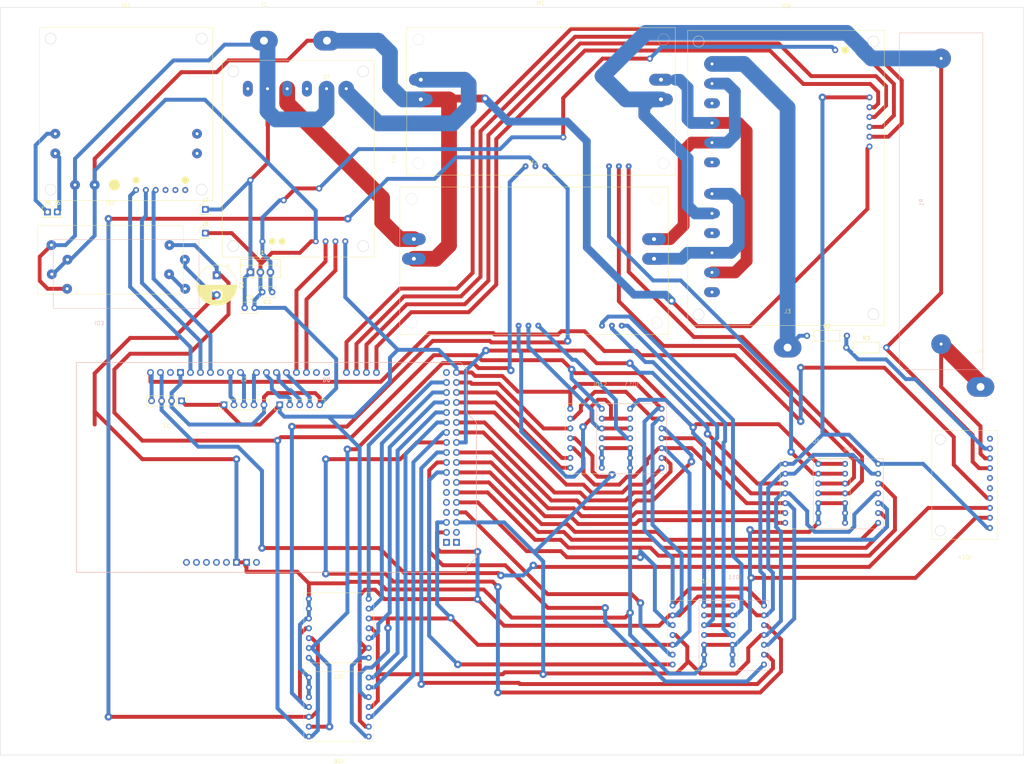
<source format=kicad_pcb>
(kicad_pcb (version 20221018) (generator pcbnew)
  (layers (0 "F.Cu" signal) (31 "B.Cu" signal) (34 "B.Paste" user) (35 "F.Paste" user) (36 "B.SilkS" user "B.Silkscreen") (37 "F.SilkS" user "F.Silkscreen") (38 "B.Mask" user) (39 "F.Mask" user) (44 "Edge.Cuts" user))
  (net 0 "")
  (net 3 "arduino 5v")
  (net 4 "MISO_SDO")
  (net 5 "MOSI_SDI")
  (net 6 "arduino sck")
  (net 8 "12V+")
  (net 11 "enkoder U S1")
  (net 12 "enkoder U S2")
  (net 13 "enkoder U KEY")
  (net 14 "enkoder I S1")
  (net 18 "Arduino_rele_2x_1")
  (net 19 "Arduino_rele_2x_2")
  (net 20 "Arduino_rele_4x_1")
  (net 21 "Arduino_rele_4x_2")
  (net 22 "Arduino_rele_4x_3")
  (net 23 "Arduino_rele_4x_4")
  (net 24 "Arduino_EnA")
  (net 25 "Arduino_IN1")
  (net 26 "Arduino_IN2")
  (net 27 "arduino_CS_3")
  (net 28 "arduino_WLAT_3")
  (net 29 "arduino_SHDN_3")
  (net 30 "arduino_SHDN_2")
  (net 31 "arduino_WLAT_2")
  (net 32 "arduino_CS_2")
  (net 33 "arduino_SHDN_1")
  (net 34 "arduino_WLAT_1")
  (net 35 "arduino_CS_1")
  (net 36 "enkoder I S2")
  (net 37 "enkoder I KEY")
  (net 38 "arduino_CS_4")
  (net 39 "arduino_WLAT_4")
  (net 40 "arduino_SHDN_4")
  (net 41 "arduino_CS_5")
  (net 42 "arduino_WLAT_5")
  (net 43 "arduino_SHDN_5")
  (net 44 "arduino_CS_6")
  (net 45 "arduino_WLAT_6")
  (net 46 "arduino_SHDN_6")
  (net 47 "arduino_CS_7")
  (net 48 "arduino_WLAT_7")
  (net 49 "arduino_SHDN_7")
  (net 50 "arduino_CS_8")
  (net 51 "arduino_WLAT_8")
  (net 52 "arduino_SHDN_8")
  (net 57 "arduino GND3")
  (net 62 "Arduino_SCL")
  (net 63 "Arduino_SDA")
  (net 65 "+30V digipot")
  (net 66 "Net-(IO14-A0)")
  (net 68 "Net-(IO1-OUT1)")
  (net 69 "GNDD")
  (net 70 "JD-VCC")
  (net 72 "Net-(IO1-OUT2)")
  (net 81 "Net-(IO2-GND_OUT)")
  (net 83 "Net-(M2-IN_DC_0-30V)")
  (net 85 "Net-(M1-IN_DC_0-30V)")
  (net 86 "Net-(IO5-P0B)")
  (net 87 "Net-(IO5-P0W)")
  (net 88 "Net-(IO5-P0A)")
  (net 89 "Net-(IO7-P0B)")
  (net 90 "Net-(IO7-P0W)")
  (net 91 "Net-(IO7-P0A)")
  (net 92 "Net-(M1-OUT_DC_0-30V)")
  (net 93 "Net-(M2-OUT_GNDD)")
  (net 94 "Net-(M2-OUT_DC_0-30V)")
  (net 95 "Net-(J3-Pin_1)")
  (net 96 "Net-(IO10-P0B)")
  (net 97 "Net-(IO10-P0W)")
  (net 98 "Net-(IO10-P0A)")
  (net 99 "Net-(IO12-P0B)")
  (net 100 "Net-(IO12-P0W)")
  (net 101 "Net-(IO12-P0A)")
  (net 104 "Net-(IO14-A1)")
  (net 105 "Net-(IO14-A2)")
  (footprint "SMOLA_DMP:H_mustek" (layer "F.Cu") (at 97 45)
    (fp_text reference "IO1")
    (fp_text value "H_mustek")
    (fp_circle (center -19.2 7.9) (end -17.8 7.9) (stroke (width 0.1)) (fill none) (layer "Edge.Cuts"))
    (fp_circle (center -19.2 46.3) (end -19.2 44.9) (stroke (width 0.1)) (fill none) (layer "Edge.Cuts"))
    (fp_circle (center 19.2 7.9) (end 19.2 9.3) (stroke (width 0.1)) (fill none) (layer "Edge.Cuts"))
    (fp_circle (center 19.2 46.3) (end 17.8 46.3) (stroke (width 0.1)) (fill none) (layer "Edge.Cuts"))
  )
  (footprint "SMOLA_DMP:CC_&_CV_modul" (layer "F.Cu") (at 200.475 84.875)
    (fp_text reference "M2")
    (fp_text value "~")
    (fp_circle (center -31 8.75) (end -31 7.325) (stroke (width 0.05)) (fill none) (layer "Edge.Cuts"))
    (fp_circle (center -31 40.25) (end -32.425 40.25) (stroke (width 0.05)) (fill none) (layer "Edge.Cuts"))
    (fp_circle (center 31.25 40.25) (end 31.25 41.675) (stroke (width 0.05)) (fill none) (layer "Edge.Cuts"))
  )
  (footprint "SMOLA_DMP:arduino_mega" (layer "F.Cu") (at 134.01 126.6818)
    (fp_text reference "A1" hide)
    (fp_text value "Arduino_Mega2560_R3_Shield" hide)
  )
  (footprint "Connector_PinHeader_2.54mm:PinHeader_1x01_P2.54mm_Vertical" (layer "F.Cu") (at 79.4975 96.9832)
    (fp_text reference "J6")
    (fp_text value "FAN1-")
  )
  (footprint "SMOLA_DMP:conn" (layer "F.Cu") (at 148 62.15 180)
    (fp_text reference "J2")
    (fp_text value "GND")
  )
  (footprint "Capacitor_THT:C_Disc_D3.8mm_W2.6mm_P2.50mm" (layer "F.Cu") (at 134.1 117.35 180)
    (fp_text reference "C3")
    (fp_text value "0,01 µF")
  )
  (footprint "SMOLA_DMP:step_up_28V" (layer "F.Cu") (at 93 95.2)
    (fp_text reference "IO2")
    (fp_text value "step_up_28V")
  )
  (footprint "Connector_PinHeader_2.54mm:PinHeader_1x01_P2.54mm_Vertical" (layer "F.Cu") (at 77 97)
    (fp_text reference "J5")
    (fp_text value "FAN1+")
  )
  (footprint "SMOLA_DMP:enkoder" (layer "F.Cu") (at 126.91 139.97)
    (fp_text reference "E2")
    (fp_text value "enkoder I")
  )
  (footprint "SMOLA_DMP:rele_2x" (layer "F.Cu") (at 164.4 83.45 -90)
    (fp_text reference "IO4")
    (fp_text value "rele_2x")
    (fp_circle (center -22.2 7.2) (end -20.8 7.2) (stroke (width 0.1)) (fill none) (layer "Edge.Cuts"))
    (fp_circle (center -22.2 40.2) (end -20.8 40.2) (stroke (width 0.1)) (fill none) (layer "Edge.Cuts"))
    (fp_circle (center 22.2 7.2) (end 23.6 7.2) (stroke (width 0.1)) (fill none) (layer "Edge.Cuts"))
    (fp_circle (center 22.2 40.2) (end 23.6 40.2) (stroke (width 0.1)) (fill none) (layer "Edge.Cuts"))
  )
  (footprint "SMOLA_DMP:MCP41HV51" (layer "F.Cu") (at 272 155.3)
    (fp_text reference "IO5")
    (fp_text value "MCP41HV51-104E")
  )
  (footprint "SMOLA_DMP:conn" (layer "F.Cu") (at 132 44.75)
    (fp_text reference "J1")
    (fp_text value "+12v")
  )
  (footprint "SMOLA_DMP:conn" (layer "F.Cu") (at 265 122.75)
    (fp_text reference "J3")
    (fp_text value "out+ regulated")
  )
  (footprint "SMOLA_DMP:conn" (layer "F.Cu") (at 314 132.75)
    (fp_text reference "J4")
    (fp_text value "out-")
  )
  (footprint "Resistor_THT:R_Axial_DIN0207_L6.3mm_D2.5mm_P10.16mm_Horizontal" (layer "F.Cu") (at 279.92 131.45)
    (fp_text reference "R3")
    (fp_text value "17k8")
  )
  (footprint "SMOLA_DMP:CC_&_CV_modul" (layer "F.Cu") (at 202.2402 44.3638)
    (fp_text reference "M1")
    (fp_text value "~")
    (fp_circle (center -31 8.75) (end -31 7.325) (stroke (width 0.05)) (fill none) (layer "Edge.Cuts"))
    (fp_circle (center -31 40.25) (end -32.425 40.25) (stroke (width 0.05)) (fill none) (layer "Edge.Cuts"))
    (fp_circle (center 31.25 40.25) (end 31.25 41.675) (stroke (width 0.05)) (fill none) (layer "Edge.Cuts"))
  )
  (footprint "SMOLA_DMP:ADS1115" (layer "F.Cu") (at 310 184.2 180)
    (fp_text reference "IO14")
    (fp_text value "ADS1115_I2C")
    (fp_circle (center 6.2 6.2) (end 7.5 6.2) (stroke (width 0.1)) (fill none) (layer "Edge.Cuts"))
    (fp_circle (center 6.2 29.4) (end 7.5 29.4) (stroke (width 0.1)) (fill none) (layer "Edge.Cuts"))
  )
  (footprint "SMOLA_DMP:MCP41HV51" (layer "F.Cu") (at 151 216 180)
    (fp_text reference "IO7")
    (fp_text value "MCP41HV51-502E")
  )
  (footprint "Package_TO_SOT_THT:TO-220-3_Vertical" (layer "F.Cu") (at 128.56 112.295)
    (fp_text reference "U1")
    (fp_text value "L78S05CV")
  )
  (footprint "SMOLA_DMP:enkoder" (layer "F.Cu") (at 141.07 139.97)
    (fp_text reference "E1" hide)
    (fp_text value "enkoder U")
  )
  (footprint "SMOLA_DMP:MCP41HV51" (layer "F.Cu") (at 217.4 141.3)
    (fp_text reference "IO12")
    (fp_text value "MCP41HV51-502E")
  )
  (footprint "SMOLA_DMP:MCP41HV51" (layer "F.Cu") (at 243.4 191.3)
    (fp_text reference "IO10")
    (fp_text value "MCP41HV51-104E")
  )
  (footprint "Connector_PinHeader_2.54mm:PinHeader_1x01_P2.54mm_Vertical" (layer "F.Cu") (at 117.1 102.35)
    (fp_text reference "J8")
    (fp_text value "arduino in GNDD")
  )
  (footprint "SMOLA_DMP:MCP41HV51" (layer "F.Cu") (at 151 236 180)
    (fp_text reference "IO8")
    (fp_text value "MCP41HV51-502E")
  )
  (footprint "SMOLA_DMP:rele_4x" (layer "F.Cu") (at 264.6 45.15)
    (fp_text reference "IO9")
    (fp_text value "rele_4x")
    (fp_circle (center -22.2 77.9) (end -20.8 77.9) (stroke (width 0.1)) (fill none) (layer "Edge.Cuts"))
    (fp_circle (center 22.2 8.5) (end 23.6 8.5) (stroke (width 0.1)) (fill none) (layer "Edge.Cuts"))
    (fp_circle (center 22.2 77.8) (end 23.6 77.8) (stroke (width 0.1)) (fill none) (layer "Edge.Cuts"))
  )
  (footprint "Connector_PinHeader_2.54mm:PinHeader_1x01_P2.54mm_Vertical" (layer "F.Cu") (at 117.1 96.35)
    (fp_text reference "J7")
    (fp_text value "arduino in 12v+")
  )
  (footprint "Capacitor_THT:CP_Radial_D10.0mm_P5.00mm" (layer "F.Cu") (at 120 113.0823 -90)
    (fp_text reference "C1")
    (fp_text value "680uF/50V")
  )
  (footprint "SMOLA_DMP:display" (layer "F.Cu") (at 107.27 150.83 180)
    (fp_text reference "D1")
    (fp_text value "display")
  )
  (footprint "Resistor_THT:R_Axial_DIN0207_L6.3mm_D2.5mm_P10.16mm_Horizontal" (layer "F.Cu") (at 269.92 128.45)
    (fp_text reference "R2")
    (fp_text value "220k")
  )
  (footprint "Capacitor_THT:C_Disc_D3.8mm_W2.6mm_P2.50mm" (layer "F.Cu") (at 127.1 121.35)
    (fp_text reference "C2")
    (fp_text value "0,1 µF")
  )
  (footprint "SMOLA_DMP:step_up_28V" (layer "B.Cu") (at 97 126.7)
    (fp_text reference "IO3")
    (fp_text value "step_up_28V")
  )
  (footprint "SMOLA_DMP:MCP41HV51" (layer "B.Cu") (at 225.4 141.3 180)
    (fp_text reference "IO13")
    (fp_text value "MCP41HV51-502E")
  )
  (footprint "SMOLA_DMP:power_rezistor_100w_0.2R" (layer "B.Cu") (at 285.6 94.35 -90)
    (fp_text reference "R1")
    (fp_text value "0.2R")
  )
  (footprint "SMOLA_DMP:MCP41HV51" (layer "B.Cu") (at 280.4 155.3 180)
    (fp_text reference "IO6")
    (fp_text value "MCP41HV51-104E")
  )
  (footprint "SMOLA_DMP:MCP41HV51" (layer "B.Cu") (at 251.4 191.3 180)
    (fp_text reference "IO11")
    (fp_text value "MCP41HV51-104E")
  )
  (gr_rect (start 65 45) (end 325 235) (stroke (width 0.1)) (fill none) (layer "Edge.Cuts"))
  (segment (start 183.2555 137.779) (end 184.7584 137.779) (width 1) (layer "F.Cu") (net 3))
  (segment (start 180.89 137.779) (end 183.2555 137.779) (width 1) (layer "F.Cu") (net 3))
  (segment (start 136 146) (end 131 151) (width 1) (layer "F.Cu") (net 3))
  (segment (start 131 151) (end 126 151) (width 1) (layer "F.Cu") (net 3))
  (segment (start 112.08 146) (end 111.08 145) (width 1) (layer "F.Cu") (net 3))
  (segment (start 196.5369 142.6634) (end 209.8 142.6634) (width 1) (layer "F.Cu") (net 3))
  (segment (start 226.6889 140.6889) (end 211.7745 140.6889) (width 1) (layer "F.Cu") (net 3))
  (segment (start 240.0995 192.7005) (end 254.7005 192.7005) (width 1) (layer "F.Cu") (net 3))
  (segment (start 126 151) (end 121.84 146.84) (width 1) (layer "F.Cu") (net 3))
  (segment (start 211.7745 140.6889) (end 209.8 142.6634) (width 1) (layer "F.Cu") (net 3))
  (segment (start 254.7005 192.7005) (end 259 197) (width 1) (layer "F.Cu") (net 3))
  (segment (start 121.84 146) (end 112.08 146) (width 1) (layer "F.Cu") (net 3))
  (segment (start 235.8 197) (end 240.0995 192.7005) (width 1) (layer "F.Cu") (net 3))
  (segment (start 121.84 146.84) (end 121.84 146) (width 1) (layer "F.Cu") (net 3))
  (segment (start 233 147) (end 226.6889 140.6889) (width 1) (layer "F.Cu") (net 3))
  (segment (start 184.7584 137.779) (end 185.6403 138.6609) (width 1) (layer "F.Cu") (net 3))
  (segment (start 192.5344 138.6609) (end 196.5369 142.6634) (width 1) (layer "F.Cu") (net 3))
  (segment (start 285.8 67.85) (end 273.8499 67.85) (width 1) (layer "F.Cu") (net 3))
  (segment (start 209.8 142.6634) (end 209.8 147) (width 1) (layer "F.Cu") (net 3))
  (segment (start 185.6403 138.6609) (end 192.5344 138.6609) (width 1) (layer "F.Cu") (net 3))
  (via (at 273.8499 67.85) (size 1.9) (drill 0.8) (layers "F.Cu" "B.Cu") (net 3))
  (segment (start 264.4 161) (end 266.4263 161) (width 1) (layer "B.Cu") (net 3))
  (segment (start 164 134) (end 166 132) (width 1) (layer "B.Cu") (net 3))
  (segment (start 166 132) (end 152.65 118.65) (width 1) (layer "B.Cu") (net 3))
  (segment (start 164 140) (end 164 134) (width 1) (layer "B.Cu") (net 3))
  (segment (start 299.4227 161) (end 288 161) (width 1) (layer "B.Cu") (net 3))
  (segment (start 136 147.85) (end 137.15 149) (width 1) (layer "B.Cu") (net 3))
  (segment (start 176.332 132) (end 166 132) (width 1) (layer "B.Cu") (net 3))
  (segment (start 228.6558 150.256) (end 231.9118 147) (width 1) (layer "B.Cu") (net 3))
  (segment (start 157.853 230.3) (end 158.6 230.3) (width 1) (layer "B.Cu") (net 3))
  (segment (start 156.301 210.3) (end 154.2991 212.3019) (width 1) (layer "B.Cu") (net 3))
  (segment (start 266.4263 161) (end 273.8499 153.5764) (width 1) (layer "B.Cu") (net 3))
  (segment (start 235.8 185.0418) (end 228.6558 177.8976) (width 1) (layer "B.Cu") (net 3))
  (segment (start 137.15 149) (end 148.3923 149) (width 1) (layer "B.Cu") (net 3))
  (segment (start 280.5764 153.5764) (end 273.8499 153.5764) (width 1) (layer "B.Cu") (net 3))
  (segment (start 156.301 156.9087) (end 148.3923 149) (width 1) (layer "B.Cu") (net 3))
  (segment (start 273.8499 153.5764) (end 273.8499 67.85) (width 1) (layer "B.Cu") (net 3))
  (segment (start 258.0689 166.2322) (end 263.3011 161) (width 1) (layer "B.Cu") (net 3))
  (segment (start 315.7227 177.3) (end 299.4227 161) (width 1) (layer "B.Cu") (net 3))
  (segment (start 228.6558 177.8976) (end 228.6558 150.256) (width 1) (layer "B.Cu") (net 3))
  (segment (start 156.301 210.3) (end 156.301 156.9087) (width 1) (layer "B.Cu") (net 3))
  (segment (start 259 197) (end 259 189.2426) (width 1) (layer "B.Cu") (net 3))
  (segment (start 148.3923 149) (end 155 149) (width 1) (layer "B.Cu") (net 3))
  (segment (start 136 146) (end 136 147.85) (width 1) (layer "B.Cu") (net 3))
  (segment (start 263.3011 161) (end 264.4 161) (width 1) (layer "B.Cu") (net 3))
  (segment (start 288 161) (end 280.5764 153.5764) (width 1) (layer "B.Cu") (net 3))
  (segment (start 231.9118 147) (end 233 147) (width 1) (layer "B.Cu") (net 3))
  (segment (start 180.89 137.779) (end 180.89 136.558) (width 1) (layer "B.Cu") (net 3))
  (segment (start 180.89 136.558) (end 176.332 132) (width 1) (layer "B.Cu") (net 3))
  (segment (start 316.4 177.3) (end 315.7227 177.3) (width 1) (layer "B.Cu") (net 3))
  (segment (start 155 149) (end 164 140) (width 1) (layer "B.Cu") (net 3))
  (segment (start 154.2991 226.7461) (end 157.853 230.3) (width 1) (layer "B.Cu") (net 3))
  (segment (start 259 189.2426) (end 258.0689 188.3115) (width 1) (layer "B.Cu") (net 3))
  (segment (start 158.6 210.3) (end 156.301 210.3) (width 1) (layer "B.Cu") (net 3))
  (segment (start 258.0689 188.3115) (end 258.0689 166.2322) (width 1) (layer "B.Cu") (net 3))
  (segment (start 152.65 118.65) (end 152.65 104.45) (width 1) (layer "B.Cu") (net 3))
  (segment (start 154.2991 212.3019) (end 154.2991 226.7461) (width 1) (layer "B.Cu") (net 3))
  (segment (start 235.8 197) (end 235.8 185.0418) (width 1) (layer "B.Cu") (net 3))
  (segment (start 264.4 171) (end 254.6015 171) (width 1) (layer "F.Cu") (net 4))
  (segment (start 179.2421 200.3) (end 163.4884 200.3) (width 1) (layer "F.Cu") (net 4))
  (segment (start 229.2803 160.0062) (end 232.2865 157) (width 1) (layer "F.Cu") (net 4))
  (segment (start 210.5929 157) (end 213.1671 159.5742) (width 1) (layer "F.Cu") (net 4))
  (segment (start 215.9589 166.2792) (end 222.2292 166.2792) (width 1) (layer "F.Cu") (net 4))
  (segment (start 232.2865 157) (end 233 157) (width 1) (layer "F.Cu") (net 4))
  (segment (start 186.3153 207) (end 179.4287 200.1134) (width 1) (layer "F.Cu") (net 4))
  (segment (start 224.2311 164.2773) (end 225.9352 164.2773) (width 1) (layer "F.Cu") (net 4))
  (segment (start 225.9352 164.2773) (end 229.2803 160.9322) (width 1) (layer "F.Cu") (net 4))
  (segment (start 254.6015 171) (end 240.6015 157) (width 1) (layer "F.Cu") (net 4))
  (segment (start 209.8 157) (end 210.5929 157) (width 1) (layer "F.Cu") (net 4))
  (segment (start 213.1671 159.5742) (end 213.1671 163.4874) (width 1) (layer "F.Cu") (net 4))
  (segment (start 213.1671 163.4874) (end 215.9589 166.2792) (width 1) (layer "F.Cu") (net 4))
  (segment (start 179.4287 200.1134) (end 179.2421 200.3) (width 1) (layer "F.Cu") (net 4))
  (segment (start 163.4884 200.3) (end 158.6 200.3) (width 1) (layer "F.Cu") (net 4))
  (segment (start 235.8 207) (end 186.3153 207) (width 1) (layer "F.Cu") (net 4))
  (segment (start 229.2803 160.9322) (end 229.2803 160.0062) (width 1) (layer "F.Cu") (net 4))
  (segment (start 222.2292 166.2792) (end 224.2311 164.2773) (width 1) (layer "F.Cu") (net 4))
  (segment (start 163.4884 200.3) (end 163.4884 202.7247) (width 1) (layer "F.Cu") (net 4))
  (segment (start 240.6015 157) (end 233 157) (width 1) (layer "F.Cu") (net 4))
  (via (at 179.4287 200.1134) (size 1.9) (drill 0.8) (layers "F.Cu" "B.Cu") (net 4))
  (via (at 163.4884 202.7247) (size 1.9) (drill 0.8) (layers "F.Cu" "B.Cu") (net 4))
  (segment (start 163.4884 208.6725) (end 159.3609 212.8) (width 1) (layer "B.Cu") (net 4))
  (segment (start 179.4287 200.1134) (end 175.9846 196.6693) (width 1) (layer "B.Cu") (net 4))
  (segment (start 238.1275 161.4156) (end 238.1275 161.4611) (width 1) (layer "B.Cu") (net 4))
  (segment (start 266.6829 180.2797) (end 286.922 180.2797) (width 1) (layer "B.Cu") (net 4))
  (segment (start 156.301 214.3803) (end 156.301 218.797) (width 1) (layer "B.Cu") (net 4))
  (segment (start 233.7119 157) (end 238.1275 161.4156) (width 1) (layer "B.Cu") (net 4))
  (segment (start 266.6829 172.578) (end 265.1049 171) (width 1) (layer "B.Cu") (net 4))
  (segment (start 265.1049 171) (end 264.4 171) (width 1) (layer "B.Cu") (net 4))
  (segment (start 260.0328 207) (end 266.6829 200.3499) (width 1) (layer "B.Cu") (net 4))
  (segment (start 175.9845 196.6693) (end 175.9845 175.879) (width 1) (layer "B.Cu") (net 4))
  (segment (start 266.6829 180.2797) (end 266.6829 172.578) (width 1) (layer "B.Cu") (net 4))
  (segment (start 290.2639 176.9378) (end 290.2639 172.5622) (width 1) (layer "B.Cu") (net 4))
  (segment (start 266.6829 200.3499) (end 266.6829 180.2797) (width 1) (layer "B.Cu") (net 4))
  (segment (start 159.3609 212.8) (end 157.8813 212.8) (width 1) (layer "B.Cu") (net 4))
  (segment (start 157.804 220.3) (end 158.6 220.3) (width 1) (layer "B.Cu") (net 4))
  (segment (start 178.35 175.879) (end 175.9845 175.879) (width 1) (layer "B.Cu") (net 4))
  (segment (start 290.2639 172.5622) (end 288.7017 171) (width 1) (layer "B.Cu") (net 4))
  (segment (start 236.5618 207) (end 235.8 207) (width 1) (layer "B.Cu") (net 4))
  (segment (start 175.9846 196.6693) (end 175.9845 196.6693) (width 1) (layer "B.Cu") (net 4))
  (segment (start 259 207) (end 260.0328 207) (width 1) (layer "B.Cu") (net 4))
  (segment (start 233 157) (end 233.7119 157) (width 1) (layer "B.Cu") (net 4))
  (segment (start 156.301 218.797) (end 157.804 220.3) (width 1) (layer "B.Cu") (net 4))
  (segment (start 286.922 180.2797) (end 290.2639 176.9378) (width 1) (layer "B.Cu") (net 4))
  (segment (start 157.8813 212.8) (end 156.301 214.3803) (width 1) (layer "B.Cu") (net 4))
  (segment (start 288.7017 171) (end 288 171) (width 1) (layer "B.Cu") (net 4))
  (segment (start 238.1275 161.4611) (end 240.0939 163.4275) (width 1) (layer "B.Cu") (net 4))
  (segment (start 240.0939 163.4275) (end 240.0939 203.4679) (width 1) (layer "B.Cu") (net 4))
  (segment (start 163.4884 202.7247) (end 163.4884 208.6725) (width 1) (layer "B.Cu") (net 4))
  (segment (start 240.0939 203.4679) (end 236.5618 207) (width 1) (layer "B.Cu") (net 4))
  (segment (start 236.5617 204.5) (end 235.8 204.5) (width 1) (layer "F.Cu") (net 5))
  (segment (start 159.3069 222.8) (end 158.6 222.8) (width 1) (layer "F.Cu") (net 5))
  (segment (start 193.1561 213.9769) (end 192.66 214.473) (width 1) (layer "F.Cu") (net 5))
  (segment (start 251.938 214.2935) (end 242.8748 214.2935) (width 1) (layer "F.Cu") (net 5))
  (segment (start 259 204.5) (end 258.293 204.5) (width 1) (layer "F.Cu") (net 5))
  (segment (start 203.1691 214.3696) (end 203.02 214.3696) (width 1) (layer "F.Cu") (net 5))
  (segment (start 160.9106 214.473) (end 160.9106 221.1963) (width 1) (layer "F.Cu") (net 5))
  (segment (start 215.4454 162.9346) (end 216.7881 164.2773) (width 1) (layer "F.Cu") (net 5))
  (segment (start 160.9106 204.3936) (end 160.9106 214.473) (width 1) (layer "F.Cu") (net 5))
  (segment (start 241.6967 154.5) (end 255.6967 168.5) (width 1) (layer "F.Cu") (net 5))
  (segment (start 255.6967 168.5) (end 264.4 168.5) (width 1) (layer "F.Cu") (net 5))
  (segment (start 209.8 154.5) (end 210.997 154.5) (width 1) (layer "F.Cu") (net 5))
  (segment (start 216.7881 164.2773) (end 219.9099 164.2773) (width 1) (layer "F.Cu") (net 5))
  (segment (start 203.2724 214.2663) (end 203.1691 214.3696) (width 1) (layer "F.Cu") (net 5))
  (segment (start 242.8748 214.2935) (end 239.8103 211.2289) (width 1) (layer "F.Cu") (net 5))
  (segment (start 160.9106 221.1963) (end 159.3069 222.8) (width 1) (layer "F.Cu") (net 5))
  (segment (start 239.5198 210.9385) (end 239.5198 207.4581) (width 1) (layer "F.Cu") (net 5))
  (segment (start 159.317 202.8) (end 160.9106 204.3936) (width 1) (layer "F.Cu") (net 5))
  (segment (start 239.8103 211.2289) (end 236.7729 214.2663) (width 1) (layer "F.Cu") (net 5))
  (segment (start 158.6 202.8) (end 159.317 202.8) (width 1) (layer "F.Cu") (net 5))
  (segment (start 202.4205 213.9769) (end 193.1561 213.9769) (width 1) (layer "F.Cu") (net 5))
  (segment (start 233 154.5) (end 241.6967 154.5) (width 1) (layer "F.Cu") (net 5))
  (segment (start 239.8103 211.2289) (end 239.5198 210.9385) (width 1) (layer "F.Cu") (net 5))
  (segment (start 202.9166 214.473) (end 202.4205 213.9769) (width 1) (layer "F.Cu") (net 5))
  (segment (start 219.9099 164.2773) (end 220.4125 163.7747) (width 1) (layer "F.Cu") (net 5))
  (segment (start 215.4454 158.9484) (end 215.4454 162.9346) (width 1) (layer "F.Cu") (net 5))
  (segment (start 236.7729 214.2663) (end 203.2724 214.2663) (width 1) (layer "F.Cu") (net 5))
  (segment (start 203.02 214.3696) (end 202.9166 214.473) (width 1) (layer "F.Cu") (net 5))
  (segment (start 255.0001 211.2314) (end 251.938 214.2935) (width 1) (layer "F.Cu") (net 5))
  (segment (start 239.5198 207.4581) (end 236.5617 204.5) (width 1) (layer "F.Cu") (net 5))
  (segment (start 255.0001 207.7929) (end 255.0001 211.2314) (width 1) (layer "F.Cu") (net 5))
  (segment (start 258.293 204.5) (end 255.0001 207.7929) (width 1) (layer "F.Cu") (net 5))
  (segment (start 210.997 154.5) (end 215.4454 158.9484) (width 1) (layer "F.Cu") (net 5))
  (segment (start 192.66 214.473) (end 160.9106 214.473) (width 1) (layer "F.Cu") (net 5))
  (via (at 202.9166 214.473) (size 1.9) (drill 0.8) (layers "F.Cu" "B.Cu") (net 5))
  (via (at 220.4125 163.7747) (size 1.9) (drill 0.8) (layers "F.Cu" "B.Cu") (net 5))
  (segment (start 287.2978 168.5) (end 288 168.5) (width 1) (layer "B.Cu") (net 5))
  (segment (start 259 204.5) (end 259.7017 204.5) (width 1) (layer "B.Cu") (net 5))
  (segment (start 193.0219 175.879) (end 180.89 175.879) (width 1) (layer "B.Cu") (net 5))
  (segment (start 269.9802 176.3825) (end 271.8755 178.2778) (width 1) (layer "B.Cu") (net 5))
  (segment (start 281.9388 176.9356) (end 281.9388 173.859) (width 1) (layer "B.Cu") (net 5))
  (segment (start 263.6158 168.5) (end 264.4 168.5) (width 1) (layer "B.Cu") (net 5))
  (segment (start 202.9166 185.7737) (end 200.6651 183.5221) (width 1) (layer "B.Cu") (net 5))
  (segment (start 280.5966 178.2778) (end 281.9388 176.9356) (width 1) (layer "B.Cu") (net 5))
  (segment (start 263.3005 178.2646) (end 262.0772 177.0413) (width 1) (layer "B.Cu") (net 5))
  (segment (start 262.0772 170.0386) (end 263.6158 168.5) (width 1) (layer "B.Cu") (net 5))
  (segment (start 262.0772 177.0413) (end 262.0772 170.0386) (width 1) (layer "B.Cu") (net 5))
  (segment (start 202.9166 214.473) (end 202.9166 185.7737) (width 1) (layer "B.Cu") (net 5))
  (segment (start 269.9802 173.0038) (end 269.9802 176.3825) (width 1) (layer "B.Cu") (net 5))
  (segment (start 263.3005 200.9012) (end 263.3005 178.2646) (width 1) (layer "B.Cu") (net 5))
  (segment (start 200.6651 183.5221) (end 220.4125 163.7747) (width 1) (layer "B.Cu") (net 5))
  (segment (start 200.6651 183.5221) (end 193.0219 175.879) (width 1) (layer "B.Cu") (net 5))
  (segment (start 264.4 168.5) (end 265.4764 168.5) (width 1) (layer "B.Cu") (net 5))
  (segment (start 265.4764 168.5) (end 269.9802 173.0038) (width 1) (layer "B.Cu") (net 5))
  (segment (start 281.9388 173.859) (end 287.2978 168.5) (width 1) (layer "B.Cu") (net 5))
  (segment (start 259.7017 204.5) (end 263.3005 200.9012) (width 1) (layer "B.Cu") (net 5))
  (segment (start 271.8755 178.2778) (end 280.5966 178.2778) (width 1) (layer "B.Cu") (net 5))
  (segment (start 223.95 142.6908) (end 216.0156 142.6908) (width 1) (layer "F.Cu") (net 6))
  (segment (start 216.0156 142.6908) (end 212.493 146.2134) (width 1) (layer "F.Cu") (net 6))
  (segment (start 242.2503 194.728) (end 237.4783 199.5) (width 1) (layer "F.Cu") (net 6))
  (segment (start 237.4783 199.5) (end 235.8 199.5) (width 1) (layer "F.Cu") (net 6))
  (segment (start 157.6941 192.9869) (end 160.2104 192.9869) (width 1) (layer "F.Cu") (net 6))
  (segment (start 186.2417 195.3755) (end 193.0177 202.1515) (width 1) (layer "F.Cu") (net 6))
  (segment (start 259 199.5) (end 257.2012 199.5) (width 1) (layer "F.Cu") (net 6))
  (segment (start 156.2664 194.4146) (end 157.6941 192.9869) (width 1) (layer "F.Cu") (net 6))
  (segment (start 232.3493 202.1515) (end 235.0008 199.5) (width 1) (layer "F.Cu") (net 6))
  (segment (start 210.5342 149.5) (end 209.8 149.5) (width 1) (layer "F.Cu") (net 6))
  (segment (start 158.6 207.8) (end 157.893 207.8) (width 1) (layer "F.Cu") (net 6))
  (segment (start 158.6 207.8) (end 157.8521 207.8) (width 1) (layer "F.Cu") (net 6))
  (segment (start 175.9845 182.5042) (end 175.9845 178.419) (width 1) (layer "F.Cu") (net 6))
  (segment (start 235.0008 199.5) (end 235.8 199.5) (width 1) (layer "F.Cu") (net 6))
  (segment (start 156.2664 206.2143) (end 156.2664 194.4146) (width 1) (layer "F.Cu") (net 6))
  (segment (start 162.599 195.3755) (end 186.2417 195.3755) (width 1) (layer "F.Cu") (net 6))
  (segment (start 257.2012 199.5) (end 252.4292 194.728) (width 1) (layer "F.Cu") (net 6))
  (segment (start 212.493 147.5412) (end 210.5342 149.5) (width 1) (layer "F.Cu") (net 6))
  (segment (start 212.493 146.2134) (end 212.493 147.5412) (width 1) (layer "F.Cu") (net 6))
  (segment (start 252.4292 194.728) (end 242.2503 194.728) (width 1) (layer "F.Cu") (net 6))
  (segment (start 193.0177 202.1515) (end 232.3493 202.1515) (width 1) (layer "F.Cu") (net 6))
  (segment (start 186.2417 183.3245) (end 176.8048 183.3245) (width 1) (layer "F.Cu") (net 6))
  (segment (start 230.7592 149.5) (end 223.95 142.6908) (width 1) (layer "F.Cu") (net 6))
  (segment (start 157.8407 227.8) (end 158.6 227.8) (width 1) (layer "F.Cu") (net 6))
  (segment (start 176.8048 183.3245) (end 175.9845 182.5042) (width 1) (layer "F.Cu") (net 6))
  (segment (start 156.3361 209.3569) (end 156.3361 226.2954) (width 1) (layer "F.Cu") (net 6))
  (segment (start 178.35 178.419) (end 175.9845 178.419) (width 1) (layer "F.Cu") (net 6))
  (segment (start 156.3361 226.2954) (end 157.8407 227.8) (width 1) (layer "F.Cu") (net 6))
  (segment (start 157.893 207.8) (end 156.3361 209.3569) (width 1) (layer "F.Cu") (net 6))
  (segment (start 233 149.5) (end 230.7592 149.5) (width 1) (layer "F.Cu") (net 6))
  (segment (start 157.8521 207.8) (end 156.2664 206.2143) (width 1) (layer "F.Cu") (net 6))
  (segment (start 160.2104 192.9869) (end 162.599 195.3755) (width 1) (layer "F.Cu") (net 6))
  (via (at 186.2417 183.3245) (size 1.9) (drill 0.8) (layers "F.Cu" "B.Cu") (net 6))
  (via (at 186.2417 195.3755) (size 1.9) (drill 0.8) (layers "F.Cu" "B.Cu") (net 6))
  (segment (start 264.4 163.5) (end 266.7574 163.5) (width 1) (layer "B.Cu") (net 6))
  (segment (start 232.293 149.5) (end 233 149.5) (width 1) (layer "B.Cu") (net 6))
  (segment (start 271.5421 158.7153) (end 281.5453 158.7153) (width 1) (layer "B.Cu") (net 6))
  (segment (start 230.6972 151.0958) (end 232.293 149.5) (width 1) (layer "B.Cu") (net 6))
  (segment (start 263.6851 163.5) (end 264.4 163.5) (width 1) (layer "B.Cu") (net 6))
  (segment (start 236.5907 199.5) (end 238.092 197.9987) (width 1) (layer "B.Cu") (net 6))
  (segment (start 286.33 163.5) (end 288 163.5) (width 1) (layer "B.Cu") (net 6))
  (segment (start 259.7076 199.5) (end 261.2639 197.9437) (width 1) (layer "B.Cu") (net 6))
  (segment (start 230.6972 176.4826) (end 230.6972 151.0958) (width 1) (layer "B.Cu") (net 6))
  (segment (start 261.2639 188.6754) (end 260.0753 187.4868) (width 1) (layer "B.Cu") (net 6))
  (segment (start 260.0753 167.1098) (end 263.6851 163.5) (width 1) (layer "B.Cu") (net 6))
  (segment (start 238.092 197.9987) (end 238.092 183.8774) (width 1) (layer "B.Cu") (net 6))
  (segment (start 261.2639 197.9437) (end 261.2639 188.6754) (width 1) (layer "B.Cu") (net 6))
  (segment (start 235.8 199.5) (end 236.5907 199.5) (width 1) (layer "B.Cu") (net 6))
  (segment (start 260.0753 187.4868) (end 260.0753 167.1098) (width 1) (layer "B.Cu") (net 6))
  (segment (start 281.5453 158.7153) (end 286.33 163.5) (width 1) (layer "B.Cu") (net 6))
  (segment (start 186.2417 183.3245) (end 186.2417 195.3755) (width 1) (layer "B.Cu") (net 6))
  (segment (start 238.092 183.8774) (end 230.6972 176.4826) (width 1) (layer "B.Cu") (net 6))
  (segment (start 259 199.5) (end 259.7076 199.5) (width 1) (layer "B.Cu") (net 6))
  (segment (start 266.7574 163.5) (end 271.5421 158.7153) (width 1) (layer "B.Cu") (net 6))
  (segment (start 75 108.4) (end 78 105.4) (width 1) (layer "F.Cu") (net 8))
  (segment (start 82 116.5) (end 77.05 116.5) (width 1) (layer "F.Cu") (net 8))
  (segment (start 133 75) (end 132.9 74.9) (width 1) (layer "F.Cu") (net 8))
  (segment (start 75 114.45) (end 75 108.4) (width 1) (layer "F.Cu") (net 8))
  (segment (start 77.05 116.5) (end 75 114.45) (width 1) (layer "F.Cu") (net 8))
  (segment (start 133 84.45) (end 133 75) (width 1) (layer "F.Cu") (net 8))
  (segment (start 132.9 74.9) (end 132.9 65.65) (width 1) (layer "F.Cu") (net 8))
  (segment (start 133 75) (end 133 65.55) (width 1) (layer "F.Cu") (net 8))
  (segment (start 128.56 88.89) (end 133 84.45) (width 1) (layer "F.Cu") (net 8))
  (via (at 128.56 88.89) (size 1.6) (drill 0.8) (layers "F.Cu" "B.Cu") (net 8))
  (segment (start 132.9 71.35) (end 135 73.45) (width 4) (layer "B.Cu") (net 8))
  (segment (start 122 54.45) (end 131 54.45) (width 1) (layer "B.Cu") (net 8))
  (segment (start 117.1 96.35) (end 121.1 96.35) (width 1) (layer "B.Cu") (net 8))
  (segment (start 132.9 65.65) (end 132.9 71.35) (width 4) (layer "B.Cu") (net 8))
  (segment (start 127.1 113.755) (end 128.56 112.295) (width 1) (layer "B.Cu") (net 8))
  (segment (start 81.6 105.4) (end 84 103) (width 1) (layer "B.Cu") (net 8))
  (segment (start 118 58.45) (end 122 54.45) (width 1) (layer "B.Cu") (net 8))
  (segment (start 135 73.45) (end 146 73.45) (width 4) (layer "B.Cu") (net 8))
  (segment (start 84 103) (end 84 90.1) (width 1) (layer "B.Cu") (net 8))
  (segment (start 132.9 54.35) (end 132 53.45) (width 4) (layer "B.Cu") (net 8))
  (segment (start 128.56 112.295) (end 128.56 88.89) (width 1) (layer "B.Cu") (net 8))
  (segment (start 146 73.45) (end 147.9 71.55) (width 4) (layer "B.Cu") (net 8))
  (segment (start 84 90.1) (end 84 83.45) (width 1) (layer "B.Cu") (net 8))
  (segment (start 147.9 71.55) (end 147.9 65.65) (width 4) (layer "B.Cu") (net 8))
  (segment (start 109 58.45) (end 118 58.45) (width 1) (layer "B.Cu") (net 8))
  (segment (start 121.1 96.35) (end 128.56 88.89) (width 1) (layer "B.Cu") (net 8))
  (segment (start 78 105.4) (end 81.6 105.4) (width 1) (layer "B.Cu") (net 8))
  (segment (start 132.9 65.65) (end 132.9 54.35) (width 4) (layer "B.Cu") (net 8))
  (segment (start 127.1 121.35) (end 127.1 113.755) (width 1) (layer "B.Cu") (net 8))
  (segment (start 84 83.45) (end 109 58.45) (width 1) (layer "B.Cu") (net 8))
  (segment (start 131 54.45) (end 132 53.45) (width 1) (layer "B.Cu") (net 8))
  (segment (start 143.62 144.067) (end 137.71 138.157) (width 1) (layer "B.Cu") (net 11))
  (segment (start 137.71 138.157) (end 137.71 137.779) (width 1) (layer "B.Cu") (net 11))
  (segment (start 143.62 146) (end 143.62 144.067) (width 1) (layer "B.Cu") (net 11))
  (segment (start 141.08 146) (end 141.08 144.576) (width 1) (layer "B.Cu") (net 12))
  (segment (start 138.754 142.25) (end 138.25 142.25) (width 1) (layer "B.Cu") (net 12))
  (segment (start 138.25 142.25) (end 135.7 139.7) (width 1) (layer "B.Cu") (net 12))
  (segment (start 135.7 138.309) (end 135.17 137.779) (width 1) (layer "B.Cu") (net 12))
  (segment (start 135.7 139.7) (end 135.7 138.309) (width 1) (layer "B.Cu") (net 12))
  (segment (start 141.08 144.576) (end 138.754 142.25) (width 1) (layer "B.Cu") (net 12))
  (segment (start 132.63 138.53) (end 132.63 137.779) (width 1) (layer "B.Cu") (net 13))
  (segment (start 134 142) (end 134 139.9) (width 1) (layer "B.Cu") (net 13))
  (segment (start 134 139.9) (end 132.63 138.53) (width 1) (layer "B.Cu") (net 13))
  (segment (start 138.05 143.95) (end 135.95 143.95) (width 1) (layer "B.Cu") (net 13))
  (segment (start 138.54 144.44) (end 138.05 143.95) (width 1) (layer "B.Cu") (net 13))
  (segment (start 135.95 143.95) (end 134 142) (width 1) (layer "B.Cu") (net 13))
  (segment (start 138.54 146) (end 138.54 144.44) (width 1) (layer "B.Cu") (net 13))
  (segment (start 129.46 146) (end 129.46 138.409) (width 1) (layer "B.Cu") (net 14))
  (segment (start 129.46 138.409) (end 130.09 137.779) (width 1) (layer "B.Cu") (net 14))
  (segment (start 140.25 116.968) (end 140.25 137.779) (width 1) (layer "F.Cu") (net 18))
  (segment (start 147.65 104.45) (end 147.65 109.568) (width 1) (layer "F.Cu") (net 18))
  (segment (start 147.65 109.568) (end 140.25 116.968) (width 1) (layer "F.Cu") (net 18))
  (segment (start 150.15 104.45) (end 150.15 111.85) (width 1) (layer "F.Cu") (net 19))
  (segment (start 150.15 111.85) (end 142.79 119.21) (width 1) (layer "F.Cu") (net 19))
  (segment (start 142.79 119.21) (end 142.79 137.779) (width 1) (layer "F.Cu") (net 19))
  (segment (start 181 116.45) (end 166.55 116.45) (width 1) (layer "F.Cu") (net 20))
  (segment (start 152.95 130.05) (end 152.95 137.779) (width 1) (layer "F.Cu") (net 20))
  (segment (start 185 112.45) (end 181 116.45) (width 1) (layer "F.Cu") (net 20))
  (segment (start 280.905 50.45) (end 210 50.45) (width 1) (layer "F.Cu") (net 20))
  (segment (start 294 74.45) (end 294 63.5448) (width 1) (layer "F.Cu") (net 20))
  (segment (start 185 75.45) (end 185 112.45) (width 1) (layer "F.Cu") (net 20))
  (segment (start 285.8 77.85) (end 290.6 77.85) (width 1) (layer "F.Cu") (net 20))
  (segment (start 294 63.5448) (end 280.905 50.45) (width 1) (layer "F.Cu") (net 20))
  (segment (start 210 50.45) (end 185 75.45) (width 1) (layer "F.Cu") (net 20))
  (segment (start 166.55 116.45) (end 152.95 130.05) (width 1) (layer "F.Cu") (net 20))
  (segment (start 290.6 77.85) (end 294 74.45) (width 1) (layer "F.Cu") (net 20))
  (segment (start 187 113.45) (end 182 118.45) (width 1) (layer "F.Cu") (net 21))
  (segment (start 285.8 75.35) (end 289.1 75.35) (width 1) (layer "F.Cu") (net 21))
  (segment (start 155.49 130.51) (end 155.49 137.779) (width 1) (layer "F.Cu") (net 21))
  (segment (start 187 76.45) (end 187 113.45) (width 1) (layer "F.Cu") (net 21))
  (segment (start 211 52.45) (end 187 76.45) (width 1) (layer "F.Cu") (net 21))
  (segment (start 289.1 75.35) (end 292 72.45) (width 1) (layer "F.Cu") (net 21))
  (segment (start 280 52.45) (end 211 52.45) (width 1) (layer "F.Cu") (net 21))
  (segment (start 292 64.45) (end 280 52.45) (width 1) (layer "F.Cu") (net 21))
  (segment (start 292 72.45) (end 292 64.45) (width 1) (layer "F.Cu") (net 21))
  (segment (start 167.55 118.45) (end 155.49 130.51) (width 1) (layer "F.Cu") (net 21))
  (segment (start 182 118.45) (end 167.55 118.45) (width 1) (layer "F.Cu") (net 21))
  (segment (start 262.7 54.15) (end 212.3 54.15) (width 1) (layer "F.Cu") (net 22))
  (segment (start 290 69.95) (end 290 65.0107) (width 1) (layer "F.Cu") (net 22))
  (segment (start 189 77.45) (end 189 114.45) (width 1) (layer "F.Cu") (net 22))
  (segment (start 271 62.45) (end 262.7 54.15) (width 1) (layer "F.Cu") (net 22))
  (segment (start 168.28 120.45) (end 158.03 130.7) (width 1) (layer "F.Cu") (net 22))
  (segment (start 287.439 62.45) (end 271 62.45) (width 1) (layer "F.Cu") (net 22))
  (segment (start 290 65.0107) (end 287.439 62.45) (width 1) (layer "F.Cu") (net 22))
  (segment (start 189 114.45) (end 183 120.45) (width 1) (layer "F.Cu") (net 22))
  (segment (start 183 120.45) (end 168.28 120.45) (width 1) (layer "F.Cu") (net 22))
  (segment (start 212.3 54.15) (end 189 77.45) (width 1) (layer "F.Cu") (net 22))
  (segment (start 287.1 72.85) (end 290 69.95) (width 1) (layer "F.Cu") (net 22))
  (segment (start 285.8 72.85) (end 287.1 72.85) (width 1) (layer "F.Cu") (net 22))
  (segment (start 158.03 130.7) (end 158.03 137.779) (width 1) (layer "F.Cu") (net 22))
  (segment (start 191 78.45) (end 191 115.45) (width 1) (layer "F.Cu") (net 23))
  (segment (start 160.57 131.295) (end 160.57 137.779) (width 1) (layer "F.Cu") (net 23))
  (segment (start 269 64.45) (end 260.5 55.95) (width 1) (layer "F.Cu") (net 23))
  (segment (start 184 122.45) (end 169.415 122.45) (width 1) (layer "F.Cu") (net 23))
  (segment (start 285.8 70.35) (end 286.9 70.35) (width 1) (layer "F.Cu") (net 23))
  (segment (start 286 64.45) (end 269 64.45) (width 1) (layer "F.Cu") (net 23))
  (segment (start 288 66.45) (end 286 64.45) (width 1) (layer "F.Cu") (net 23))
  (segment (start 191 115.45) (end 184 122.45) (width 1) (layer "F.Cu") (net 23))
  (segment (start 169.415 122.45) (end 160.57 131.295) (width 1) (layer "F.Cu") (net 23))
  (segment (start 287 70.45) (end 288 69.45) (width 1) (layer "F.Cu") (net 23))
  (segment (start 288 69.45) (end 288 66.45) (width 1) (layer "F.Cu") (net 23))
  (segment (start 286.9 70.35) (end 287 70.45) (width 1) (layer "F.Cu") (net 23))
  (segment (start 213.5 55.95) (end 191 78.45) (width 1) (layer "F.Cu") (net 23))
  (segment (start 260.5 55.95) (end 213.5 55.95) (width 1) (layer "F.Cu") (net 23))
  (segment (start 98 116) (end 98 92.9) (width 1) (layer "B.Cu") (net 24))
  (segment (start 113.326 131.326) (end 98 116) (width 1) (layer "B.Cu") (net 24))
  (segment (start 98 92.9) (end 99.5 91.4) (width 1) (layer "B.Cu") (net 24))
  (segment (start 113.326 137.779) (end 113.326 131.326) (width 1) (layer "B.Cu") (net 24))
  (segment (start 115.866 129.866) (end 115.866 137.779) (width 1) (layer "B.Cu") (net 25))
  (segment (start 102 98) (end 101 99) (width 1) (layer "B.Cu") (net 25))
  (segment (start 102 91.4) (end 102 98) (width 1) (layer "B.Cu") (net 25))
  (segment (start 101 115) (end 115.866 129.866) (width 1) (layer "B.Cu") (net 25))
  (segment (start 101 99) (end 101 115) (width 1) (layer "B.Cu") (net 25))
  (segment (start 104.5 91.4) (end 103.962 91.938) (width 1) (layer "B.Cu") (net 26))
  (segment (start 118.406 128.406) (end 118.406 137.779) (width 1) (layer "B.Cu") (net 26))
  (segment (start 103.962 113.962) (end 118.406 128.406) (width 1) (layer "B.Cu") (net 26))
  (segment (start 103.962 91.938) (end 103.962 113.962) (width 1) (layer "B.Cu") (net 26))
  (segment (start 213.2856 132.205) (end 188.3549 132.205) (width 1) (layer "F.Cu") (net 27))
  (segment (start 216.5137 135.4331) (end 213.2856 132.205) (width 1) (layer "F.Cu") (net 27))
  (segment (start 224.9458 135.4331) (end 216.5137 135.4331) (width 1) (layer "F.Cu") (net 27))
  (segment (start 257.2912 166) (end 244.6718 153.3806) (width 1) (layer "F.Cu") (net 27))
  (segment (start 264.4 166) (end 257.2912 166) (width 1) (layer "F.Cu") (net 27))
  (via (at 244.6718 153.3806) (size 1.9) (drill 0.8) (layers "F.Cu" "B.Cu") (net 27))
  (via (at 188.3549 132.205) (size 1.9) (drill 0.8) (layers "F.Cu" "B.Cu") (net 27))
  (via (at 224.9458 135.4331) (size 1.9) (drill 0.8) (layers "F.Cu" "B.Cu") (net 27))
  (segment (start 244.6718 151.8384) (end 230.6735 137.8401) (width 1) (layer "B.Cu") (net 27))
  (segment (start 244.6718 153.3806) (end 244.6718 151.8384) (width 1) (layer "B.Cu") (net 27))
  (segment (start 230.6735 137.8401) (end 227.3528 137.8401) (width 1) (layer "B.Cu") (net 27))
  (segment (start 180.89 155.559) (end 183.2555 155.559) (width 1) (layer "B.Cu") (net 27))
  (segment (start 183.2555 155.559) (end 183.2555 137.3044) (width 1) (layer "B.Cu") (net 27))
  (segment (start 227.3528 137.8401) (end 224.9458 135.4331) (width 1) (layer "B.Cu") (net 27))
  (segment (start 183.2555 137.3044) (end 188.3549 132.205) (width 1) (layer "B.Cu") (net 27))
  (segment (start 180.89 158.099) (end 189.9695 158.099) (width 1) (layer "F.Cu") (net 28))
  (segment (start 204.1764 172.3059) (end 210.6612 172.3059) (width 1) (layer "F.Cu") (net 28))
  (segment (start 189.9695 158.099) (end 204.1764 172.3059) (width 1) (layer "F.Cu") (net 28))
  (segment (start 226.5267 173.3062) (end 264.2062 173.3062) (width 1) (layer "F.Cu") (net 28))
  (segment (start 225.5461 174.2868) (end 226.5267 173.3062) (width 1) (layer "F.Cu") (net 28))
  (segment (start 264.2062 173.3062) (end 264.4 173.5) (width 1) (layer "F.Cu") (net 28))
  (segment (start 210.6612 172.3059) (end 212.6421 174.2868) (width 1) (layer "F.Cu") (net 28))
  (segment (start 212.6421 174.2868) (end 225.5461 174.2868) (width 1) (layer "F.Cu") (net 28))
  (segment (start 209.832 174.3078) (end 211.8129 176.2887) (width 1) (layer "F.Cu") (net 29))
  (segment (start 189.6784 160.639) (end 203.3472 174.3078) (width 1) (layer "F.Cu") (net 29))
  (segment (start 262.2546 176) (end 264.4 176) (width 1) (layer "F.Cu") (net 29))
  (segment (start 203.3472 174.3078) (end 209.832 174.3078) (width 1) (layer "F.Cu") (net 29))
  (segment (start 227.3559 175.3081) (end 261.5627 175.3081) (width 1) (layer "F.Cu") (net 29))
  (segment (start 226.3753 176.2887) (end 227.3559 175.3081) (width 1) (layer "F.Cu") (net 29))
  (segment (start 261.5627 175.3081) (end 262.2546 176) (width 1) (layer "F.Cu") (net 29))
  (segment (start 180.89 160.639) (end 189.6784 160.639) (width 1) (layer "F.Cu") (net 29))
  (segment (start 211.8129 176.2887) (end 226.3753 176.2887) (width 1) (layer "F.Cu") (net 29))
  (segment (start 165.9404 157.6405) (end 165.9404 209.059) (width 1) (layer "B.Cu") (net 30))
  (segment (start 178.35 147.939) (end 175.9845 147.939) (width 1) (layer "B.Cu") (net 30))
  (segment (start 159.6994 215.3) (end 158.6 215.3) (width 1) (layer "B.Cu") (net 30))
  (segment (start 165.9404 209.059) (end 159.6994 215.3) (width 1) (layer "B.Cu") (net 30))
  (segment (start 175.9845 147.939) (end 175.6419 147.939) (width 1) (layer "B.Cu") (net 30))
  (segment (start 175.6419 147.939) (end 165.9404 157.6405) (width 1) (layer "B.Cu") (net 30))
  (segment (start 175.9845 150.479) (end 167.9423 158.5212) (width 1) (layer "B.Cu") (net 31))
  (segment (start 167.9423 158.5212) (end 167.9423 209.8904) (width 1) (layer "B.Cu") (net 31))
  (segment (start 160.0327 217.8) (end 158.6 217.8) (width 1) (layer "B.Cu") (net 31))
  (segment (start 178.35 150.479) (end 175.9845 150.479) (width 1) (layer "B.Cu") (net 31))
  (segment (start 167.9423 209.8904) (end 160.0327 217.8) (width 1) (layer "B.Cu") (net 31))
  (segment (start 169.9442 160.5933) (end 169.9442 214.7073) (width 1) (layer "B.Cu") (net 32))
  (segment (start 177.5185 153.019) (end 169.9442 160.5933) (width 1) (layer "B.Cu") (net 32))
  (segment (start 159.3515 225.3) (end 158.6 225.3) (width 1) (layer "B.Cu") (net 32))
  (segment (start 169.9442 214.7073) (end 159.3515 225.3) (width 1) (layer "B.Cu") (net 32))
  (segment (start 178.35 153.019) (end 177.5185 153.019) (width 1) (layer "B.Cu") (net 32))
  (segment (start 174.524 140.319) (end 175.9845 140.319) (width 1) (layer "B.Cu") (net 33))
  (segment (start 158.6 156.243) (end 174.524 140.319) (width 1) (layer "B.Cu") (net 33))
  (segment (start 178.35 140.319) (end 175.9845 140.319) (width 1) (layer "B.Cu") (net 33))
  (segment (start 158.6 195.3) (end 158.6 156.243) (width 1) (layer "B.Cu") (net 33))
  (segment (start 161.9366 155.808) (end 161.9366 195.1704) (width 1) (layer "B.Cu") (net 34))
  (segment (start 178.35 142.859) (end 174.8856 142.859) (width 1) (layer "B.Cu") (net 34))
  (segment (start 159.307 197.8) (end 158.6 197.8) (width 1) (layer "B.Cu") (net 34))
  (segment (start 174.8856 142.859) (end 161.9366 155.808) (width 1) (layer "B.Cu") (net 34))
  (segment (start 161.9366 195.1704) (end 159.307 197.8) (width 1) (layer "B.Cu") (net 34))
  (segment (start 175.2837 145.399) (end 163.9385 156.7442) (width 1) (layer "B.Cu") (net 35))
  (segment (start 163.9385 156.7442) (end 163.9385 198.8071) (width 1) (layer "B.Cu") (net 35))
  (segment (start 178.35 145.399) (end 175.2837 145.399) (width 1) (layer "B.Cu") (net 35))
  (segment (start 159.3323 205.3) (end 158.6 205.3) (width 1) (layer "B.Cu") (net 35))
  (segment (start 161.0365 201.7091) (end 161.0365 203.5958) (width 1) (layer "B.Cu") (net 35))
  (segment (start 163.9385 198.8071) (end 161.0365 201.7091) (width 1) (layer "B.Cu") (net 35))
  (segment (start 161.0365 203.5958) (end 159.3323 205.3) (width 1) (layer "B.Cu") (net 35))
  (segment (start 126.92 138.673) (end 126.026 137.779) (width 1) (layer "B.Cu") (net 36))
  (segment (start 126.92 146) (end 126.92 138.673) (width 1) (layer "B.Cu") (net 36))
  (segment (start 124.38 144.798) (end 123.486 143.904) (width 1) (layer "B.Cu") (net 37))
  (segment (start 123.486 143.904) (end 123.486 137.779) (width 1) (layer "B.Cu") (net 37))
  (segment (start 124.38 146) (end 124.38 144.798) (width 1) (layer "B.Cu") (net 37))
  (segment (start 209.3253 182.2944) (end 230.1573 182.2944) (width 1) (layer "F.Cu") (net 38))
  (segment (start 188.8051 168.259) (end 200.8601 180.314) (width 1) (layer "F.Cu") (net 38))
  (segment (start 200.8601 180.314) (end 207.3449 180.314) (width 1) (layer "F.Cu") (net 38))
  (segment (start 207.3449 180.314) (end 209.3253 182.2944) (width 1) (layer "F.Cu") (net 38))
  (segment (start 180.89 168.259) (end 188.8051 168.259) (width 1) (layer "F.Cu") (net 38))
  (segment (start 230.1573 182.2944) (end 232.2038 184.3409) (width 1) (layer "F.Cu") (net 38))
  (segment (start 288.707 166) (end 288 166) (width 1) (layer "F.Cu") (net 38))
  (segment (start 285.7389 184.3409) (end 292.2728 177.807) (width 1) (layer "F.Cu") (net 38))
  (segment (start 232.2038 184.3409) (end 285.7389 184.3409) (width 1) (layer "F.Cu") (net 38))
  (segment (start 292.2728 177.807) (end 292.2728 169.5658) (width 1) (layer "F.Cu") (net 38))
  (segment (start 292.2728 169.5658) (end 288.707 166) (width 1) (layer "F.Cu") (net 38))
  (segment (start 189.0962 165.719) (end 201.6888 178.3116) (width 1) (layer "F.Cu") (net 39))
  (segment (start 290.2694 176.9793) (end 290.2694 175.0596) (width 1) (layer "F.Cu") (net 39))
  (segment (start 230.9865 180.2925) (end 233.033 182.339) (width 1) (layer "F.Cu") (net 39))
  (segment (start 180.89 165.719) (end 189.0962 165.719) (width 1) (layer "F.Cu") (net 39))
  (segment (start 208.1736 178.3116) (end 210.1545 180.2925) (width 1) (layer "F.Cu") (net 39))
  (segment (start 284.9097 182.339) (end 290.2694 176.9793) (width 1) (layer "F.Cu") (net 39))
  (segment (start 290.2694 175.0596) (end 288.7098 173.5) (width 1) (layer "F.Cu") (net 39))
  (segment (start 210.1545 180.2925) (end 230.9865 180.2925) (width 1) (layer "F.Cu") (net 39))
  (segment (start 233.033 182.339) (end 284.9097 182.339) (width 1) (layer "F.Cu") (net 39))
  (segment (start 201.6888 178.3116) (end 208.1736 178.3116) (width 1) (layer "F.Cu") (net 39))
  (segment (start 288.7098 173.5) (end 288 173.5) (width 1) (layer "F.Cu") (net 39))
  (segment (start 209.0028 176.3097) (end 210.9837 178.2906) (width 1) (layer "F.Cu") (net 40))
  (segment (start 210.9837 178.2906) (end 231.8158 178.2906) (width 1) (layer "F.Cu") (net 40))
  (segment (start 231.8158 178.2906) (end 233.8285 180.3033) (width 1) (layer "F.Cu") (net 40))
  (segment (start 283.6967 180.3033) (end 288 176) (width 1) (layer "F.Cu") (net 40))
  (segment (start 189.3873 163.179) (end 202.518 176.3097) (width 1) (layer "F.Cu") (net 40))
  (segment (start 233.8285 180.3033) (end 283.6967 180.3033) (width 1) (layer "F.Cu") (net 40))
  (segment (start 180.89 163.179) (end 189.3873 163.179) (width 1) (layer "F.Cu") (net 40))
  (segment (start 202.518 176.3097) (end 209.0028 176.3097) (width 1) (layer "F.Cu") (net 40))
  (segment (start 184.4673 140.319) (end 184.8111 140.6628) (width 1) (layer "F.Cu") (net 41))
  (segment (start 191.7052 140.6628) (end 203.0424 152) (width 1) (layer "F.Cu") (net 41))
  (segment (start 184.8111 140.6628) (end 191.7052 140.6628) (width 1) (layer "F.Cu") (net 41))
  (segment (start 180.89 140.319) (end 184.4673 140.319) (width 1) (layer "F.Cu") (net 41))
  (segment (start 203.0424 152) (end 209.8 152) (width 1) (layer "F.Cu") (net 41))
  (segment (start 207.7113 159.5) (end 209.8 159.5) (width 1) (layer "F.Cu") (net 42))
  (segment (start 191.0703 142.859) (end 207.7113 159.5) (width 1) (layer "F.Cu") (net 42))
  (segment (start 180.89 142.859) (end 191.0703 142.859) (width 1) (layer "F.Cu") (net 42))
  (segment (start 180.89 145.399) (end 190.7792 145.399) (width 1) (layer "F.Cu") (net 43))
  (segment (start 190.7792 145.399) (end 207.3802 162) (width 1) (layer "F.Cu") (net 43))
  (segment (start 207.3802 162) (end 209.8 162) (width 1) (layer "F.Cu") (net 43))
  (segment (start 240.5794 160.5281) (end 240.5794 160.4455) (width 1) (layer "F.Cu") (net 44))
  (segment (start 224.7169 172.2849) (end 226.6978 170.304) (width 1) (layer "F.Cu") (net 44))
  (segment (start 226.6978 170.304) (end 230.8035 170.304) (width 1) (layer "F.Cu") (net 44))
  (segment (start 180.89 153.019) (end 187.7206 153.019) (width 1) (layer "F.Cu") (net 44))
  (segment (start 211.4904 170.304) (end 213.4713 172.2849) (width 1) (layer "F.Cu") (net 44))
  (segment (start 205.0056 170.304) (end 211.4904 170.304) (width 1) (layer "F.Cu") (net 44))
  (segment (start 230.8035 170.304) (end 240.5794 160.5281) (width 1) (layer "F.Cu") (net 44))
  (segment (start 213.4713 172.2849) (end 224.7169 172.2849) (width 1) (layer "F.Cu") (net 44))
  (segment (start 187.7206 153.019) (end 205.0056 170.304) (width 1) (layer "F.Cu") (net 44))
  (via (at 240.5794 160.4455) (size 1.9) (drill 0.8) (layers "F.Cu" "B.Cu") (net 44))
  (segment (start 240.5794 158.859) (end 240.5794 160.4455) (width 1) (layer "B.Cu") (net 44))
  (segment (start 233.7204 152) (end 240.5794 158.859) (width 1) (layer "B.Cu") (net 44))
  (segment (start 233 152) (end 233.7204 152) (width 1) (layer "B.Cu") (net 44))
  (segment (start 214.3005 170.283) (end 223.8877 170.283) (width 1) (layer "F.Cu") (net 45))
  (segment (start 180.89 150.479) (end 188.0138 150.479) (width 1) (layer "F.Cu") (net 45))
  (segment (start 212.2986 168.2811) (end 214.3005 170.283) (width 1) (layer "F.Cu") (net 45))
  (segment (start 188.0138 150.479) (end 205.8159 168.2811) (width 1) (layer "F.Cu") (net 45))
  (segment (start 233.7059 159.5) (end 233 159.5) (width 1) (layer "F.Cu") (net 45))
  (segment (start 225.8896 168.2811) (end 229.9402 168.2811) (width 1) (layer "F.Cu") (net 45))
  (segment (start 205.8159 168.2811) (end 212.2986 168.2811) (width 1) (layer "F.Cu") (net 45))
  (segment (start 223.8877 170.283) (end 225.8896 168.2811) (width 1) (layer "F.Cu") (net 45))
  (segment (start 229.9402 168.2811) (end 235.2718 162.9495) (width 1) (layer "F.Cu") (net 45))
  (segment (start 235.2718 162.9495) (end 235.2718 161.0659) (width 1) (layer "F.Cu") (net 45))
  (segment (start 235.2718 161.0659) (end 233.7059 159.5) (width 1) (layer "F.Cu") (net 45))
  (segment (start 225.0604 166.2792) (end 228.7208 166.2792) (width 1) (layer "F.Cu") (net 46))
  (segment (start 215.1297 168.2811) (end 223.0585 168.2811) (width 1) (layer "F.Cu") (net 46))
  (segment (start 228.7208 166.2792) (end 233 162) (width 1) (layer "F.Cu") (net 46))
  (segment (start 208.8283 166.2792) (end 213.1278 166.2792) (width 1) (layer "F.Cu") (net 46))
  (segment (start 180.89 147.939) (end 190.4881 147.939) (width 1) (layer "F.Cu") (net 46))
  (segment (start 223.0585 168.2811) (end 225.0604 166.2792) (width 1) (layer "F.Cu") (net 46))
  (segment (start 190.4881 147.939) (end 208.8283 166.2792) (width 1) (layer "F.Cu") (net 46))
  (segment (start 213.1278 166.2792) (end 215.1297 168.2811) (width 1) (layer "F.Cu") (net 46))
  (segment (start 198.726 183.181) (end 207.3808 183.181) (width 1) (layer "F.Cu") (net 47))
  (segment (start 207.3808 183.181) (end 208.9462 184.7464) (width 1) (layer "F.Cu") (net 47))
  (segment (start 180.89 170.799) (end 186.344 170.799) (width 1) (layer "F.Cu") (net 47))
  (segment (start 186.344 170.799) (end 198.726 183.181) (width 1) (layer "F.Cu") (net 47))
  (segment (start 208.9462 184.7464) (end 227.5764 184.7464) (width 1) (layer "F.Cu") (net 47))
  (via (at 227.5764 184.7464) (size 1.9) (drill 0.8) (layers "F.Cu" "B.Cu") (net 47))
  (segment (start 231.2868 198.2086) (end 231.2868 186.8915) (width 1) (layer "B.Cu") (net 47))
  (segment (start 235.8 202) (end 235.0782 202) (width 1) (layer "B.Cu") (net 47))
  (segment (start 227.5764 183.1811) (end 227.5764 184.7464) (width 1) (layer "B.Cu") (net 47))
  (segment (start 231.2868 186.8915) (end 227.5764 183.1811) (width 1) (layer "B.Cu") (net 47))
  (segment (start 235.0782 202) (end 231.2868 198.2086) (width 1) (layer "B.Cu") (net 47))
  (segment (start 183.2555 173.339) (end 204.0346 194.1181) (width 1) (layer "F.Cu") (net 48))
  (segment (start 225.3859 194.1181) (end 227.624 196.3562) (width 1) (layer "F.Cu") (net 48))
  (segment (start 204.0346 194.1181) (end 225.3859 194.1181) (width 1) (layer "F.Cu") (net 48))
  (segment (start 180.89 173.339) (end 183.2555 173.339) (width 1) (layer "F.Cu") (net 48))
  (via (at 227.624 196.3562) (size 1.9) (drill 0.8) (layers "F.Cu" "B.Cu") (net 48))
  (segment (start 227.624 202.029) (end 227.624 196.3562) (width 1) (layer "B.Cu") (net 48))
  (segment (start 235.8 209.5) (end 235.095 209.5) (width 1) (layer "B.Cu") (net 48))
  (segment (start 235.095 209.5) (end 227.624 202.029) (width 1) (layer "B.Cu") (net 48))
  (segment (start 235.8 212) (end 235.775 211.975) (width 1) (layer "F.Cu") (net 49))
  (segment (start 235.775 211.975) (end 181.2286 211.975) (width 1) (layer "F.Cu") (net 49))
  (via (at 181.2286 211.975) (size 1.9) (drill 0.8) (layers "F.Cu" "B.Cu") (net 49))
  (segment (start 173.9486 204.695) (end 181.2286 211.975) (width 1) (layer "B.Cu") (net 49))
  (segment (start 173.9486 165.2149) (end 173.9486 204.695) (width 1) (layer "B.Cu") (net 49))
  (segment (start 178.35 163.179) (end 175.9845 163.179) (width 1) (layer "B.Cu") (net 49))
  (segment (start 175.9845 163.179) (end 173.9486 165.2149) (width 1) (layer "B.Cu") (net 49))
  (segment (start 259 202) (end 259.707 202) (width 1) (layer "F.Cu") (net 50))
  (segment (start 166.5914 159.8125) (end 170.8449 155.559) (width 1) (layer "F.Cu") (net 50))
  (segment (start 263.3274 213.8317) (end 258.0472 219.1119) (width 1) (layer "F.Cu") (net 50))
  (segment (start 170.8449 155.559) (end 178.35 155.559) (width 1) (layer "F.Cu") (net 50))
  (segment (start 258.0472 219.1119) (end 191.4173 219.1119) (width 1) (layer "F.Cu") (net 50))
  (segment (start 259.707 202) (end 263.3274 205.6204) (width 1) (layer "F.Cu") (net 50))
  (segment (start 263.3274 205.6204) (end 263.3274 213.8317) (width 1) (layer "F.Cu") (net 50))
  (segment (start 147.6915 159.8125) (end 166.5914 159.8125) (width 1) (layer "F.Cu") (net 50))
  (segment (start 164.8076 190.9216) (end 162.8072 188.9212) (width 1) (layer "F.Cu") (net 50))
  (segment (start 191.4173 192.278) (end 190.0609 190.9216) (width 1) (layer "F.Cu") (net 50))
  (segment (start 162.8072 188.9212) (end 147.6915 188.9212) (width 1) (layer "F.Cu") (net 50))
  (segment (start 190.0609 190.9216) (end 164.8076 190.9216) (width 1) (layer "F.Cu") (net 50))
  (via (at 191.4173 219.1119) (size 1.9) (drill 0.8) (layers "F.Cu" "B.Cu") (net 50))
  (via (at 191.4173 192.278) (size 1.9) (drill 0.8) (layers "F.Cu" "B.Cu") (net 50))
  (via (at 147.6915 188.9212) (size 1.9) (drill 0.8) (layers "F.Cu" "B.Cu") (net 50))
  (via (at 147.6915 159.8125) (size 1.9) (drill 0.8) (layers "F.Cu" "B.Cu") (net 50))
  (segment (start 147.6915 159.8125) (end 147.6915 188.9212) (width 1) (layer "B.Cu") (net 50))
  (segment (start 191.4173 192.278) (end 191.4173 219.1119) (width 1) (layer "B.Cu") (net 50))
  (segment (start 259.7139 209.5) (end 261.2843 211.0704) (width 1) (layer "F.Cu") (net 51))
  (segment (start 172.2856 216.6593) (end 171.9465 216.9984) (width 1) (layer "F.Cu") (net 51))
  (segment (start 197.0064 216.9686) (end 196.6971 216.6593) (width 1) (layer "F.Cu") (net 51))
  (segment (start 257.301 216.9686) (end 197.0064 216.9686) (width 1) (layer "F.Cu") (net 51))
  (segment (start 196.6971 216.6593) (end 172.2856 216.6593) (width 1) (layer "F.Cu") (net 51))
  (segment (start 261.2843 212.9853) (end 257.301 216.9686) (width 1) (layer "F.Cu") (net 51))
  (segment (start 259 209.5) (end 259.7139 209.5) (width 1) (layer "F.Cu") (net 51))
  (segment (start 261.2843 211.0704) (end 261.2843 212.9853) (width 1) (layer "F.Cu") (net 51))
  (via (at 171.9465 216.9984) (size 1.9) (drill 0.8) (layers "F.Cu" "B.Cu") (net 51))
  (segment (start 178.35 158.099) (end 175.9845 158.099) (width 1) (layer "B.Cu") (net 51))
  (segment (start 175.9845 158.099) (end 171.9465 162.137) (width 1) (layer "B.Cu") (net 51))
  (segment (start 171.9465 162.137) (end 171.9465 216.9984) (width 1) (layer "B.Cu") (net 51))
  (segment (start 173.9826 183.3334) (end 173.9826 162.6409) (width 1) (layer "F.Cu") (net 52))
  (segment (start 178.35 160.639) (end 175.9845 160.639) (width 1) (layer "F.Cu") (net 52))
  (segment (start 218.6556 197.61) (end 204.1222 197.61) (width 1) (layer "F.Cu") (net 52))
  (segment (start 177.4247 186.7755) (end 173.9826 183.3334) (width 1) (layer "F.Cu") (net 52))
  (segment (start 173.9826 162.6409) (end 175.9845 160.639) (width 1) (layer "F.Cu") (net 52))
  (segment (start 193.2877 186.7755) (end 177.4247 186.7755) (width 1) (layer "F.Cu") (net 52))
  (segment (start 204.1222 197.61) (end 193.2877 186.7755) (width 1) (layer "F.Cu") (net 52))
  (via (at 218.6556 197.61) (size 1.9) (drill 0.8) (layers "F.Cu" "B.Cu") (net 52))
  (segment (start 259 212) (end 254.6921 216.3079) (width 1) (layer "B.Cu") (net 52))
  (segment (start 254.6921 216.3079) (end 233.9366 216.3079) (width 1) (layer "B.Cu") (net 52))
  (segment (start 218.6556 201.0269) (end 218.6556 197.61) (width 1) (layer "B.Cu") (net 52))
  (segment (start 233.9366 216.3079) (end 218.6556 201.0269) (width 1) (layer "B.Cu") (net 52))
  (segment (start 89 138) (end 89 147.7072) (width 1) (layer "F.Cu") (net 57))
  (segment (start 153.2432 191.3734) (end 153.6372 190.9794) (width 1) (layer "F.Cu") (net 57))
  (segment (start 127.55 186.039) (end 127.55 187.2217) (width 1) (layer "F.Cu") (net 57))
  (segment (start 255.9818 178.2971) (end 255.4448 177.7601) (width 1) (layer "F.Cu") (net 57))
  (segment (start 140.4311 188.4045) (end 127.55 188.4045) (width 1) (layer "F.Cu") (net 57))
  (segment (start 187.788 192.9235) (end 194.9365 200.072) (width 1) (layer "F.Cu") (net 57))
  (segment (start 272.8 171) (end 279.6 171) (width 1) (layer "F.Cu") (net 57))
  (segment (start 162.9781 192.9235) (end 187.788 192.9235) (width 1) (layer "F.Cu") (net 57))
  (segment (start 89 147.7072) (end 101.1052 159.8124) (width 1) (layer "F.Cu") (net 57))
  (segment (start 161.034 190.9794) (end 162.9781 192.9235) (width 1) (layer "F.Cu") (net 57))
  (segment (start 194.9365 200.072) (end 223.764 200.072) (width 1) (layer "F.Cu") (net 57))
  (segment (start 316.4 174.7) (end 312.7602 174.7) (width 1) (layer "F.Cu") (net 57))
  (segment (start 243.8 207) (end 251 207) (width 1) (layer "F.Cu") (net 57))
  (segment (start 297.4751 189.9851) (end 255.7448 189.9851) (width 1) (layer "F.Cu") (net 57))
  (segment (start 127.3755 187.0472) (end 127.3755 186.039) (width 1) (layer "F.Cu") (net 57))
  (segment (start 110 129) (end 98 129) (width 1) (layer "F.Cu") (net 57))
  (segment (start 120 118.082) (end 116.8751 121.2069) (width 1) (layer "F.Cu") (net 57))
  (segment (start 143.4 195.3) (end 143.4 191.3734) (width 1) (layer "F.Cu") (net 57))
  (segment (start 101.1052 159.8124) (end 125.01 159.8124) (width 1) (layer "F.Cu") (net 57))
  (segment (start 217.8 157) (end 225 157) (width 1) (layer "F.Cu") (net 57))
  (segment (start 125.01 186.039) (end 127.3755 186.039) (width 1) (layer "F.Cu") (net 57))
  (segment (start 116.8751 121.2069) (end 116.8754 121.2069) (width 1) (layer "F.Cu") (net 57))
  (segment (start 127.55 187.2217) (end 127.3755 187.0472) (width 1) (layer "F.Cu") (net 57))
  (segment (start 98 129) (end 89 138) (width 1) (layer "F.Cu") (net 57))
  (segment (start 143.4 191.3734) (end 140.4311 188.4045) (width 1) (layer "F.Cu") (net 57))
  (segment (start 223.764 200.072) (end 225 198.836) (width 1) (layer "F.Cu") (net 57))
  (segment (start 153.6372 190.9794) (end 161.034 190.9794) (width 1) (layer "F.Cu") (net 57))
  (segment (start 270.5029 178.2971) (end 255.9818 178.2971) (width 1) (layer "F.Cu") (net 57))
  (segment (start 89 147.7072) (end 89 151) (width 1) (layer "F.Cu") (net 57))
  (segment (start 127.55 187.2217) (end 127.55 188.4045) (width 1) (layer "F.Cu") (net 57))
  (segment (start 312.7602 174.7) (end 297.4751 189.9851) (width 1) (layer "F.Cu") (net 57))
  (segment (start 143.4 191.3734) (end 153.2432 191.3734) (width 1) (layer "F.Cu") (net 57))
  (segment (start 116.8751 121.2069) (end 110 128.082) (width 1) (layer "F.Cu") (net 57))
  (segment (start 110 128.082) (end 110 129) (width 1) (layer "F.Cu") (net 57))
  (segment (start 116.8754 121.2069) (end 120 118.0823) (width 1) (layer "F.Cu") (net 57))
  (segment (start 272.8 176) (end 270.5029 178.2971) (width 1) (layer "F.Cu") (net 57))
  (via (at 225 198.836) (size 1.9) (drill 0.8) (layers "F.Cu" "B.Cu") (net 57))
  (via (at 255.4448 177.7601) (size 1.9) (drill 0.8) (layers "F.Cu" "B.Cu") (net 57))
  (via (at 125.01 159.8124) (size 1.9) (drill 0.8) (layers "F.Cu" "B.Cu") (net 57))
  (via (at 255.7448 189.9851) (size 1.9) (drill 0.8) (layers "F.Cu" "B.Cu") (net 57))
  (segment (start 119.9997 118.082) (end 120 118.082) (width 1) (layer "B.Cu") (net 57))
  (segment (start 272.8 171) (end 272.8 173.5) (width 1) (layer "B.Cu") (net 57))
  (segment (start 143.4 217.8) (end 143.4 215.3) (width 1) (layer "B.Cu") (net 57))
  (segment (start 255.4448 203.2704) (end 255.4448 189.9851) (width 1) (layer "B.Cu") (net 57))
  (segment (start 225 159.5) (end 225 162) (width 1) (layer "B.Cu") (net 57))
  (segment (start 251 209.5) (end 251 212) (width 1) (layer "B.Cu") (net 57))
  (segment (start 125.01 186.039) (end 125.01 159.8124) (width 1) (layer "B.Cu") (net 57))
  (segment (start 111.9 110.9) (end 119.082 118.082) (width 1) (layer "B.Cu") (net 57))
  (segment (start 243.8 207) (end 243.8 209.5) (width 1) (layer "B.Cu") (net 57))
  (segment (start 217.8 157) (end 217.8 159.5) (width 1) (layer "B.Cu") (net 57))
  (segment (start 141.126 201.8709) (end 142.6969 200.3) (width 1) (layer "B.Cu") (net 57))
  (segment (start 119.082 118.082) (end 119.9997 118.082) (width 1) (layer "B.Cu") (net 57))
  (segment (start 225 157) (end 225 159.5) (width 1) (layer "B.Cu") (net 57))
  (segment (start 255.4448 189.9851) (end 255.4448 177.7601) (width 1) (layer "B.Cu") (net 57))
  (segment (start 143.4 197.8) (end 143.4 195.3) (width 1) (layer "B.Cu") (net 57))
  (segment (start 143.4 220.3) (end 143.4 217.8) (width 1) (layer "B.Cu") (net 57))
  (segment (start 279.6 171) (end 279.6 173.5) (width 1) (layer "B.Cu") (net 57))
  (segment (start 141.126 213.026) (end 141.126 201.8709) (width 1) (layer "B.Cu") (net 57))
  (segment (start 243.8 212) (end 241.5038 214.2962) (width 1) (layer "B.Cu") (net 57))
  (segment (start 234.8274 214.2962) (end 225 204.4688) (width 1) (layer "B.Cu") (net 57))
  (segment (start 217.8 159.5) (end 217.8 162) (width 1) (layer "B.Cu") (net 57))
  (segment (start 251.7152 207) (end 255.4448 203.2704) (width 1) (layer "B.Cu") (net 57))
  (segment (start 243.8 209.5) (end 243.8 212) (width 1) (layer "B.Cu") (net 57))
  (segment (start 142.6969 200.3) (end 143.4 200.3) (width 1) (layer "B.Cu") (net 57))
  (segment (start 272.8 173.5) (end 272.8 176) (width 1) (layer "B.Cu") (net 57))
  (segment (start 241.5038 214.2962) (end 234.8274 214.2962) (width 1) (layer "B.Cu") (net 57))
  (segment (start 225 204.4688) (end 225 198.836) (width 1) (layer "B.Cu") (net 57))
  (segment (start 251 207) (end 251.7152 207) (width 1) (layer "B.Cu") (net 57))
  (segment (start 279.6 173.5) (end 279.6 176) (width 1) (layer "B.Cu") (net 57))
  (segment (start 225 162) (end 225 198.836) (width 1) (layer "B.Cu") (net 57))
  (segment (start 255.4448 189.9851) (end 255.7448 189.9851) (width 1) (layer "B.Cu") (net 57))
  (segment (start 143.4 200.3) (end 143.4 197.8) (width 1) (layer "B.Cu") (net 57))
  (segment (start 119.9997 118.082) (end 120 118.0823) (width 1) (layer "B.Cu") (net 57))
  (segment (start 111.9 109.1) (end 111.9 110.9) (width 1) (layer "B.Cu") (net 57))
  (segment (start 143.4 215.3) (end 141.126 213.026) (width 1) (layer "B.Cu") (net 57))
  (segment (start 251 209.5) (end 251 207) (width 1) (layer "B.Cu") (net 57))
  (segment (start 190.1998 127.7512) (end 174.03 127.7512) (width 1) (layer "F.Cu") (net 62))
  (segment (start 307.2193 161.2263) (end 307.2193 154.1953) (width 1) (layer "F.Cu") (net 62))
  (segment (start 315.693 169.7) (end 307.2193 161.2263) (width 1) (layer "F.Cu") (net 62))
  (segment (start 316.4 169.7) (end 315.693 169.7) (width 1) (layer "F.Cu") (net 62))
  (segment (start 206.6909 128.1275) (end 190.5761 128.1275) (width 1) (layer "F.Cu") (net 62))
  (segment (start 226.6244 132.3183) (end 218.4439 132.3183) (width 1) (layer "F.Cu") (net 62))
  (segment (start 289.5742 136.5502) (end 268.3309 136.5502) (width 1) (layer "F.Cu") (net 62))
  (segment (start 174.03 127.7512) (end 161.6367 140.1445) (width 1) (layer "F.Cu") (net 62))
  (segment (start 207.5247 127.2937) (end 206.6909 128.1275) (width 1) (layer "F.Cu") (net 62))
  (segment (start 218.4439 132.3183) (end 213.4193 127.2937) (width 1) (layer "F.Cu") (net 62))
  (segment (start 307.2193 154.1953) (end 289.5742 136.5502) (width 1) (layer "F.Cu") (net 62))
  (segment (start 190.5761 128.1275) (end 190.1998 127.7512) (width 1) (layer "F.Cu") (net 62))
  (segment (start 251.5384 133.3875) (end 227.6936 133.3875) (width 1) (layer "F.Cu") (net 62))
  (segment (start 161.6367 140.1445) (end 103.166 140.1445) (width 1) (layer "F.Cu") (net 62))
  (segment (start 103.166 137.779) (end 103.166 140.1445) (width 1) (layer "F.Cu") (net 62))
  (segment (start 213.4193 127.2937) (end 207.5247 127.2937) (width 1) (layer "F.Cu") (net 62))
  (segment (start 268.3309 150.18) (end 251.5384 133.3875) (width 1) (layer "F.Cu") (net 62))
  (segment (start 227.6936 133.3875) (end 226.6244 132.3183) (width 1) (layer "F.Cu") (net 62))
  (via (at 268.3309 136.5502) (size 1.9) (drill 0.8) (layers "F.Cu" "B.Cu") (net 62))
  (via (at 268.3309 150.18) (size 1.9) (drill 0.8) (layers "F.Cu" "B.Cu") (net 62))
  (segment (start 268.3309 150.18) (end 268.3309 136.5502) (width 1) (layer "B.Cu") (net 62))
  (segment (start 103.46 138.073) (end 103.166 137.779) (width 1) (layer "B.Cu") (net 62))
  (segment (start 103.46 145) (end 103.46 138.073) (width 1) (layer "B.Cu") (net 62))
  (segment (start 200.8041 187.1983) (end 200.4056 186.7998) (width 1) (layer "F.Cu") (net 63))
  (segment (start 300.7258 172.2) (end 285.7275 187.1983) (width 1) (layer "F.Cu") (net 63))
  (segment (start 316.4 172.2) (end 300.7258 172.2) (width 1) (layer "F.Cu") (net 63))
  (segment (start 285.7275 187.1983) (end 200.8041 187.1983) (width 1) (layer "F.Cu") (net 63))
  (segment (start 131.4919 182.4002) (end 161.2991 182.4002) (width 1) (layer "F.Cu") (net 63))
  (segment (start 191.5789 188.7774) (end 192.1658 189.3643) (width 1) (layer "F.Cu") (net 63))
  (segment (start 161.2991 182.4002) (end 167.6763 188.7774) (width 1) (layer "F.Cu") (net 63))
  (segment (start 167.6763 188.7774) (end 191.5789 188.7774) (width 1) (layer "F.Cu") (net 63))
  (via (at 131.4919 182.4002) (size 1.9) (drill 0.8) (layers "F.Cu" "B.Cu") (net 63))
  (via (at 200.4056 186.7998) (size 1.9) (drill 0.8) (layers "F.Cu" "B.Cu") (net 63))
  (via (at 192.1658 189.3643) (size 1.9) (drill 0.8) (layers "F.Cu" "B.Cu") (net 63))
  (segment (start 106 138.073) (end 105.706 137.779) (width 1) (layer "B.Cu") (net 63))
  (segment (start 106 147.3519) (end 115.2777 156.6296) (width 1) (layer "B.Cu") (net 63))
  (segment (start 131.4919 162.7538) (end 131.4919 182.4002) (width 1) (layer "B.Cu") (net 63))
  (segment (start 197.8411 189.3643) (end 200.4056 186.7998) (width 1) (layer "B.Cu") (net 63))
  (segment (start 125.3677 156.6296) (end 131.4919 162.7538) (width 1) (layer "B.Cu") (net 63))
  (segment (start 115.2777 156.6296) (end 125.3677 156.6296) (width 1) (layer "B.Cu") (net 63))
  (segment (start 106 145) (end 106 147.3519) (width 1) (layer "B.Cu") (net 63))
  (segment (start 106 145) (end 106 138.073) (width 1) (layer "B.Cu") (net 63))
  (segment (start 192.1658 189.3643) (end 197.8411 189.3643) (width 1) (layer "B.Cu") (net 63))
  (segment (start 251 197) (end 243.8 197) (width 1) (layer "F.Cu") (net 65))
  (segment (start 120.0003 113.082) (end 120 113.0823) (width 1) (layer "F.Cu") (net 65))
  (segment (start 272.8 161) (end 262.7287 150.9287) (width 1) (layer "F.Cu") (net 65))
  (segment (start 101.0905 155.0905) (end 135.4338 155.0905) (width 1) (layer "F.Cu") (net 65))
  (segment (start 210.1302 136.993) (end 211.0723 137.9351) (width 1) (layer "F.Cu") (net 65))
  (segment (start 98 133) (end 113 133) (width 1) (layer "F.Cu") (net 65))
  (segment (start 120.0003 113.082) (end 120 113.082) (width 1) (layer "F.Cu") (net 65))
  (segment (start 94 137) (end 98 133) (width 1) (layer "F.Cu") (net 65))
  (segment (start 262.7287 150.9287) (end 241.8004 150.9287) (width 1) (layer "F.Cu") (net 65))
  (segment (start 113 133) (end 123 123) (width 1) (layer "F.Cu") (net 65))
  (segment (start 94 148) (end 94 137) (width 1) (layer "F.Cu") (net 65))
  (segment (start 154.2886 154.2236) (end 175.1247 133.3875) (width 1) (layer "F.Cu") (net 65))
  (segment (start 123 115) (end 121.082 113.082) (width 1) (layer "F.Cu") (net 65))
  (segment (start 94 148) (end 101.0905 155.0905) (width 1) (layer "F.Cu") (net 65))
  (segment (start 272.8 161) (end 279.6 161) (width 1) (layer "F.Cu") (net 65))
  (segment (start 211.0723 137.9351) (end 227.2204 137.9351) (width 1) (layer "F.Cu") (net 65))
  (segment (start 123 123) (end 123 115) (width 1) (layer "F.Cu") (net 65))
  (segment (start 207.7942 134.657) (end 210.1302 136.993) (width 1) (layer "F.Cu") (net 65))
  (segment (start 186.0291 133.3875) (end 187.2986 134.657) (width 1) (layer "F.Cu") (net 65))
  (segment (start 227.2204 137.9351) (end 241.0072 151.7219) (width 1) (layer "F.Cu") (net 65))
  (segment (start 187.2986 134.657) (end 207.7942 134.657) (width 1) (layer "F.Cu") (net 65))
  (segment (start 136.3007 154.2236) (end 154.2886 154.2236) (width 1) (layer "F.Cu") (net 65))
  (segment (start 121.082 113.082) (end 120.0003 113.082) (width 1) (layer "F.Cu") (net 65))
  (segment (start 241.8004 150.9287) (end 241.0072 151.7219) (width 1) (layer "F.Cu") (net 65))
  (segment (start 175.1247 133.3875) (end 186.0291 133.3875) (width 1) (layer "F.Cu") (net 65))
  (segment (start 135.4338 155.0905) (end 136.3007 154.2236) (width 1) (layer "F.Cu") (net 65))
  (via (at 210.1302 136.993) (size 1.9) (drill 0.8) (layers "F.Cu" "B.Cu") (net 65))
  (via (at 135.4338 155.0905) (size 1.9) (drill 0.8) (layers "F.Cu" "B.Cu") (net 65))
  (via (at 241.0072 151.7219) (size 1.9) (drill 0.8) (layers "F.Cu" "B.Cu") (net 65))
  (segment (start 135.4338 223.0979) (end 135.4338 155.0905) (width 1) (layer "B.Cu") (net 65))
  (segment (start 142.6359 230.3) (end 135.4338 223.0979) (width 1) (layer "B.Cu") (net 65))
  (segment (start 210.1302 136.993) (end 210.1302 139.3302) (width 1) (layer "B.Cu") (net 65))
  (segment (start 145.6794 212.5794) (end 143.4 210.3) (width 1) (layer "B.Cu") (net 65))
  (segment (start 114.4 105.4) (end 120 111) (width 1) (layer "B.Cu") (net 65))
  (segment (start 210.1302 139.3302) (end 217.8 147) (width 1) (layer "B.Cu") (net 65))
  (segment (start 144.114 230.3) (end 145.6794 228.7346) (width 1) (layer "B.Cu") (net 65))
  (segment (start 234.0148 144.7295) (end 241.0072 151.7219) (width 1) (layer "B.Cu") (net 65))
  (segment (start 227.2705 144.7295) (end 234.0148 144.7295) (width 1) (layer "B.Cu") (net 65))
  (segment (start 120 113.082) (end 120 113.0823) (width 1) (layer "B.Cu") (net 65))
  (segment (start 120 111) (end 120 113.082) (width 1) (layer "B.Cu") (net 65))
  (segment (start 243.8 155.9763) (end 243.8 197) (width 1) (layer "B.Cu") (net 65))
  (segment (start 225 147) (end 227.2705 144.7295) (width 1) (layer "B.Cu") (net 65))
  (segment (start 241.0072 151.7219) (end 241.0072 153.1835) (width 1) (layer "B.Cu") (net 65))
  (segment (start 145.6794 228.7346) (end 145.6794 212.5794) (width 1) (layer "B.Cu") (net 65))
  (segment (start 143.4 230.3) (end 144.114 230.3) (width 1) (layer "B.Cu") (net 65))
  (segment (start 241.0072 153.1835) (end 243.8 155.9763) (width 1) (layer "B.Cu") (net 65))
  (segment (start 143.4 230.3) (end 142.6359 230.3) (width 1) (layer "B.Cu") (net 65))
  (segment (start 108 105.4) (end 114.4 105.4) (width 1) (layer "B.Cu") (net 65))
  (segment (start 316.4 162.1) (end 313.65 162.1) (width 1) (layer "F.Cu") (net 66))
  (segment (start 313.65 162.1) (end 312 160.45) (width 1) (layer "F.Cu") (net 66))
  (segment (start 312 153.7) (end 290.08 131.78) (width 1) (layer "F.Cu") (net 66))
  (segment (start 290.08 131.78) (end 290.08 131.45) (width 1) (layer "F.Cu") (net 66))
  (segment (start 290.08 131.45) (end 304 117.53) (width 1) (layer "F.Cu") (net 66))
  (segment (start 304 117.53) (end 304 57.95) (width 1) (layer "F.Cu") (net 66))
  (segment (start 312 160.45) (end 312 153.7) (width 1) (layer "F.Cu") (net 66))
  (segment (start 223.914 68.3638) (end 230.636 68.3638) (width 4) (layer "B.Cu") (net 66))
  (segment (start 283.819 55.3154) (end 283.78 55.2305) (width 4) (layer "B.Cu") (net 66))
  (segment (start 230.636 68.3638) (end 231.738 68.3638) (width 4) (layer "B.Cu") (net 66))
  (segment (start 280 51.45) (end 229 51.45) (width 4) (layer "B.Cu") (net 66))
  (segment (start 286.281 57.95) (end 284.544 56.2134) (width 4) (layer "B.Cu") (net 66))
  (segment (start 232.84 68.3638) (end 232.8402 68.3638) (width 1) (layer "B.Cu") (net 66))
  (segment (start 241.55 97.35) (end 245.8 97.35) (width 3) (layer "B.Cu") (net 66))
  (segment (start 231.738 68.3638) (end 230.636 68.3638) (width 3) (layer "B.Cu") (net 66))
  (segment (start 230.636 68.3638) (end 228.6 70.4) (width 3) (layer "B.Cu") (net 66))
  (segment (start 283.78 55.2305) (end 280 51.45) (width 4) (layer "B.Cu") (net 66))
  (segment (start 229 51.45) (end 218 62.45) (width 4) (layer "B.Cu") (net 66))
  (segment (start 228.6 70.4) (end 228.6 72.4) (width 3) (layer "B.Cu") (net 66))
  (segment (start 218 62.45) (end 223.914 68.3638) (width 4) (layer "B.Cu") (net 66))
  (segment (start 284.544 56.2134) (end 284.143 55.7952) (width 4) (layer "B.Cu") (net 66))
  (segment (start 239.6 95.4) (end 241.55 97.35) (width 3) (layer "B.Cu") (net 66))
  (segment (start 231.738 68.3638) (end 232.84 68.3638) (width 4) (layer "B.Cu") (net 66))
  (segment (start 239.6 83.4) (end 239.6 95.4) (width 3) (layer "B.Cu") (net 66))
  (segment (start 304 57.95) (end 286.281 57.95) (width 4) (layer "B.Cu") (net 66))
  (segment (start 284.143 55.7952) (end 283.819 55.3154) (width 4) (layer "B.Cu") (net 66))
  (segment (start 228.6 72.4) (end 239.6 83.4) (width 3) (layer "B.Cu") (net 66))
  (segment (start 232.84 68.3638) (end 231.738 68.3638) (width 3) (layer "B.Cu") (net 66))
  (segment (start 76.9 77.1) (end 79 77.1) (width 1) (layer "B.Cu") (net 68))
  (segment (start 74 94) (end 74 80) (width 1) (layer "B.Cu") (net 68))
  (segment (start 74 80) (end 76.9 77.1) (width 1) (layer "B.Cu") (net 68))
  (segment (start 77 97) (end 74 94) (width 1) (layer "B.Cu") (net 68))
  (segment (start 134.045 107.35) (end 141.1 107.35) (width 1) (layer "F.Cu") (net 69))
  (segment (start 179 105.45) (end 179 74.2428) (width 4) (layer "F.Cu") (net 69))
  (segment (start 285.278 80.872) (end 285.8 80.35) (width 1) (layer "F.Cu") (net 69))
  (segment (start 170.075 108.875) (end 175.575 108.875) (width 4) (layer "F.Cu") (net 69))
  (segment (start 179.33 73.9128) (end 179.33 68.1478) (width 1) (layer "F.Cu") (net 69))
  (segment (start 132.4343 108.9607) (end 131.7943 108.9607) (width 1) (layer "F.Cu") (net 69))
  (segment (start 235.536 119.54) (end 241.996 126) (width 1) (layer "F.Cu") (net 69))
  (segment (start 146.16 144.16) (end 146.16 146) (width 1) (layer "F.Cu") (net 69))
  (segment (start 131.1 110.295) (end 132.4343 108.9607) (width 1) (layer "F.Cu") (net 69))
  (segment (start 138 58.45) (end 123 58.45) (width 1) (layer "F.Cu") (net 69))
  (segment (start 117.1 102.35) (end 123.795 102.35) (width 1) (layer "F.Cu") (net 69))
  (segment (start 123 58.45) (end 120 61.45) (width 1) (layer "F.Cu") (net 69))
  (segment (start 178.914 68.3638) (end 171.8402 68.3638) (width 4) (layer "F.Cu") (net 69))
  (segment (start 132 144) (end 133 143) (width 1) (layer "F.Cu") (net 69))
  (segment (start 148 53.45) (end 143 53.45) (width 1) (layer "F.Cu") (net 69))
  (segment (start 171.8402 68.3638) (end 171.84 68.3638) (width 4) (layer "F.Cu") (net 69))
  (segment (start 123.795 102.35) (end 131.1 109.655) (width 1) (layer "F.Cu") (net 69))
  (segment (start 179 68.45) (end 178.914 68.3638) (width 4) (layer "F.Cu") (net 69))
  (segment (start 111 61.45) (end 89 83.45) (width 1) (layer "F.Cu") (net 69))
  (segment (start 141.1 107.35) (end 144 104.45) (width 1) (layer "F.Cu") (net 69))
  (segment (start 175.575 108.875) (end 179 105.45) (width 4) (layer "F.Cu") (net 69))
  (segment (start 188.148 68.1478) (end 179.33 68.1478) (width 2) (layer "F.Cu") (net 69))
  (segment (start 131.7943 108.9607) (end 131.1 109.655) (width 1) (layer "F.Cu") (net 69))
  (segment (start 241.996 126) (end 255.478 126) (width 1) (layer "F.Cu") (net 69))
  (segment (start 89 83.45) (end 89 90.1) (width 1) (layer "F.Cu") (net 69))
  (segment (start 131.1 112.295) (end 131.1 110.295) (width 1) (layer "F.Cu") (net 69))
  (segment (start 179 74.2428) (end 179.33 73.9128) (width 1) (layer "F.Cu") (net 69))
  (segment (start 120 61.45) (end 111 61.45) (width 1) (layer "F.Cu") (net 69))
  (segment (start 144 104.45) (end 145.15 104.45) (width 1) (layer "F.Cu") (net 69))
  (segment (start 143 53.45) (end 138 58.45) (width 1) (layer "F.Cu") (net 69))
  (segment (start 133 143) (end 145 143) (width 1) (layer "F.Cu") (net 69))
  (segment (start 145 143) (end 146.16 144.16) (width 1) (layer "F.Cu") (net 69))
  (segment (start 255.478 126) (end 285.278 96.2) (width 1) (layer "F.Cu") (net 69))
  (segment (start 132 146) (end 132 144) (width 1) (layer "F.Cu") (net 69))
  (segment (start 179 74.2428) (end 179 68.45) (width 4) (layer "F.Cu") (net 69))
  (segment (start 285.278 96.2) (end 285.278 80.872) (width 1) (layer "F.Cu") (net 69))
  (segment (start 132.4343 108.9607) (end 134.045 107.35) (width 1) (layer "F.Cu") (net 69))
  (via (at 235.536 119.54) (size 2) (drill 1) (layers "F.Cu" "B.Cu") (net 69))
  (via (at 188.148 68.1478) (size 2) (drill 1) (layers "F.Cu" "B.Cu") (net 69))
  (segment (start 150.341 134.341) (end 137.35 121.35) (width 1) (layer "B.Cu") (net 69))
  (segment (start 82.1 109.1) (end 82.9 109.1) (width 1) (layer "B.Cu") (net 69))
  (segment (start 145.15 96.6) (end 117 68.45) (width 1) (layer "B.Cu") (net 69))
  (segment (start 89 103) (end 89 90.1) (width 1) (layer "B.Cu") (net 69))
  (segment (start 117 68.45) (end 107 68.45) (width 1) (layer "B.Cu") (net 69))
  (segment (start 171.8402 68.3638) (end 171.84 68.3638) (width 1) (layer "B.Cu") (net 69))
  (segment (start 194 74) (end 209 74) (width 2) (layer "B.Cu") (net 69))
  (segment (start 112.98 151) (end 108.54 146.56) (width 1) (layer "B.Cu") (net 69))
  (segment (start 188.148 68.1478) (end 194 74) (width 2) (layer "B.Cu") (net 69))
  (segment (start 164 65.0966) (end 164 56.45) (width 4) (layer "B.Cu") (net 69))
  (segment (start 209 74) (end 214 79) (width 2) (layer "B.Cu") (net 69))
  (segment (start 161 53.45) (end 148 53.45) (width 4) (layer "B.Cu") (net 69))
  (segment (start 226 118) (end 234 118) (width 2) (layer "B.Cu") (net 69))
  (segment (start 167.267 68.3638) (end 164 65.0966) (width 4) (layer "B.Cu") (net 69))
  (segment (start 171.84 68.3638) (end 167.267 68.3638) (width 4) (layer "B.Cu") (net 69))
  (segment (start 108.54 145) (end 108.54 142.961) (width 1) (layer "B.Cu") (net 69))
  (segment (start 132 148) (end 129 151) (width 1) (layer "B.Cu") (net 69))
  (segment (start 89 86.45) (end 89 90.1) (width 1) (layer "B.Cu") (net 69))
  (segment (start 129 151) (end 112.98 151) (width 1) (layer "B.Cu") (net 69))
  (segment (start 234 118) (end 235.5 119.5) (width 2) (layer "B.Cu") (net 69))
  (segment (start 129.6 121.35) (end 129.6 119.35) (width 1) (layer "B.Cu") (net 69))
  (segment (start 108.54 146.56) (end 108.54 145) (width 1) (layer "B.Cu") (net 69))
  (segment (start 132 146) (end 132 148) (width 1) (layer "B.Cu") (net 69))
  (segment (start 131.6 117.35) (end 131.1 116.85) (width 1) (layer "B.Cu") (net 69))
  (segment (start 137.35 121.35) (end 129.6 121.35) (width 1) (layer "B.Cu") (net 69))
  (segment (start 110.786 140.715) (end 110.786 137.779) (width 1) (layer "B.Cu") (net 69))
  (segment (start 78.4 112.8) (end 82.1 109.1) (width 1) (layer "B.Cu") (net 69))
  (segment (start 129.6 119.35) (end 131.6 117.35) (width 1) (layer "B.Cu") (net 69))
  (segment (start 108.54 142.961) (end 110.786 140.715) (width 1) (layer "B.Cu") (net 69))
  (segment (start 131.1 116.85) (end 131.1 112.295) (width 1) (layer "B.Cu") (net 69))
  (segment (start 145.15 104.45) (end 145.15 96.6) (width 1) (layer "B.Cu") (net 69))
  (segment (start 82.9 109.1) (end 89 103) (width 1) (layer "B.Cu") (net 69))
  (segment (start 107 68.45) (end 89 86.45) (width 1) (layer "B.Cu") (net 69))
  (segment (start 235.536 119.54) (end 235.5 119.504) (width 1) (layer "B.Cu") (net 69))
  (segment (start 146.16 146) (end 150.341 141.819) (width 1) (layer "B.Cu") (net 69))
  (segment (start 214 79) (end 214 106) (width 2) (layer "B.Cu") (net 69))
  (segment (start 235.5 119.504) (end 235.5 119.5) (width 1) (layer "B.Cu") (net 69))
  (segment (start 164 56.45) (end 161 53.45) (width 4) (layer "B.Cu") (net 69))
  (segment (start 78.1 112.8) (end 78.4 112.8) (width 1) (layer "B.Cu") (net 69))
  (segment (start 214 106) (end 226 118) (width 2) (layer "B.Cu") (net 69))
  (segment (start 150.341 141.819) (end 150.341 134.341) (width 1) (layer "B.Cu") (net 69))
  (segment (start 218 58) (end 230 58) (width 1) (layer "F.Cu") (net 70))
  (segment (start 140 91) (end 146 91) (width 1) (layer "F.Cu") (net 70))
  (segment (start 208 78) (end 208 68) (width 1) (layer "F.Cu") (net 70))
  (segment (start 208 68) (end 218 58) (width 1) (layer "F.Cu") (net 70))
  (segment (start 137 94) (end 140 91) (width 1) (layer "F.Cu") (net 70))
  (via (at 146 91) (size 1.6) (drill 0.8) (layers "F.Cu" "B.Cu") (net 70))
  (via (at 208 78) (size 1.6) (drill 0.8) (layers "F.Cu" "B.Cu") (net 70))
  (via (at 137 94) (size 1.6) (drill 0.8) (layers "F.Cu" "B.Cu") (net 70))
  (via (at 230 58) (size 1.6) (drill 0.8) (layers "F.Cu" "B.Cu") (net 70))
  (segment (start 133.64 116.89) (end 133.64 112.295) (width 1) (layer "B.Cu") (net 70))
  (segment (start 133.64 109.64) (end 131.6 107.6) (width 1) (layer "B.Cu") (net 70))
  (segment (start 192 81) (end 195 78) (width 1) (layer "B.Cu") (net 70))
  (segment (start 137 94) (end 136 94) (width 1) (layer "B.Cu") (net 70))
  (segment (start 131.6 104) (end 131.6 104.45) (width 1) (layer "B.Cu") (net 70))
  (segment (start 277.1 55.85) (end 277.1 55.4) (width 1) (layer "B.Cu") (net 70))
  (segment (start 134.1 117.35) (end 133.64 116.89) (width 1) (layer "B.Cu") (net 70))
  (segment (start 133.64 112.295) (end 133.64 109.64) (width 1) (layer "B.Cu") (net 70))
  (segment (start 195 78) (end 208 78) (width 1) (layer "B.Cu") (net 70))
  (segment (start 146 91) (end 156 81) (width 1) (layer "B.Cu") (net 70))
  (segment (start 131.6 107.6) (end 131.6 104.45) (width 1) (layer "B.Cu") (net 70))
  (segment (start 131.6 98.4) (end 131.6 104) (width 1) (layer "B.Cu") (net 70))
  (segment (start 156 81) (end 192 81) (width 1) (layer "B.Cu") (net 70))
  (segment (start 230 58) (end 233 55) (width 1) (layer "B.Cu") (net 70))
  (segment (start 276.25 55) (end 277.1 55.85) (width 1) (layer "B.Cu") (net 70))
  (segment (start 233 55) (end 276.25 55) (width 1) (layer "B.Cu") (net 70))
  (segment (start 136 94) (end 131.6 98.4) (width 1) (layer "B.Cu") (net 70))
  (segment (start 80 83.1) (end 79 82.1) (width 1) (layer "B.Cu") (net 72))
  (segment (start 80 96.4807) (end 80 83.1) (width 1) (layer "B.Cu") (net 72))
  (segment (start 79.4975 96.9832) (end 80 96.4807) (width 1) (layer "B.Cu") (net 72))
  (segment (start 111.6 116.5) (end 107.9 112.8) (width 1) (layer "B.Cu") (net 81))
  (segment (start 112 116.5) (end 111.6 116.5) (width 1) (layer "B.Cu") (net 81))
  (segment (start 162 99.45) (end 166.425 103.875) (width 4) (layer "F.Cu") (net 83))
  (segment (start 162 93.45) (end 162 99.45) (width 4) (layer "F.Cu") (net 83))
  (segment (start 137.9 69.35) (end 162 93.45) (width 4) (layer "F.Cu") (net 83))
  (segment (start 137.9 65.65) (end 137.9 69.35) (width 4) (layer "F.Cu") (net 83))
  (segment (start 166.425 103.875) (end 170.075 103.875) (width 4) (layer "F.Cu") (net 83))
  (segment (start 152.9 66.35) (end 161 74.45) (width 4) (layer "B.Cu") (net 85))
  (segment (start 182.914 63.3638) (end 171.8402 63.3638) (width 4) (layer "B.Cu") (net 85))
  (segment (start 184 64.45) (end 182.914 63.3638) (width 4) (layer "B.Cu") (net 85))
  (segment (start 180 74.45) (end 184 70.45) (width 4) (layer "B.Cu") (net 85))
  (segment (start 184 70.45) (end 184 64.45) (width 4) (layer "B.Cu") (net 85))
  (segment (start 161 74.45) (end 180 74.45) (width 4) (layer "B.Cu") (net 85))
  (segment (start 152.9 65.65) (end 152.9 66.35) (width 4) (layer "B.Cu") (net 85))
  (segment (start 171.8402 63.3638) (end 171.84 63.3638) (width 4) (layer "B.Cu") (net 85))
  (segment (start 283.8959 165.3306) (end 283.8959 159.1821) (width 1) (layer "F.Cu") (net 86))
  (segment (start 224.6402 112.1869) (end 224.6402 85.3638) (width 1) (layer "F.Cu") (net 86))
  (segment (start 280.7265 168.5) (end 283.8959 165.3306) (width 1) (layer "F.Cu") (net 86))
  (segment (start 241.213 128.7597) (end 224.6402 112.1869) (width 1) (layer "F.Cu") (net 86))
  (segment (start 272.8 168.5) (end 279.6 168.5) (width 1) (layer "F.Cu") (net 86))
  (segment (start 279.6 168.5) (end 280.7265 168.5) (width 1) (layer "F.Cu") (net 86))
  (segment (start 253.4735 128.7597) (end 241.213 128.7597) (width 1) (layer "F.Cu") (net 86))
  (segment (start 283.8959 159.1821) (end 253.4735 128.7597) (width 1) (layer "F.Cu") (net 86))
  (segment (start 272.8 166) (end 279.6 166) (width 1) (layer "F.Cu") (net 87))
  (segment (start 280.307 166) (end 281.871 164.436) (width 1) (layer "F.Cu") (net 87))
  (segment (start 252.8868 131.0251) (end 233.4861 131.0251) (width 1) (layer "F.Cu") (net 87))
  (segment (start 222.1402 119.6792) (end 222.1402 85.3638) (width 1) (layer "F.Cu") (net 87))
  (segment (start 279.6 166) (end 280.307 166) (width 1) (layer "F.Cu") (net 87))
  (segment (start 281.871 164.436) (end 281.871 160.0093) (width 1) (layer "F.Cu") (net 87))
  (segment (start 281.871 160.0093) (end 252.8868 131.0251) (width 1) (layer "F.Cu") (net 87))
  (segment (start 233.4861 131.0251) (end 222.1402 119.6792) (width 1) (layer "F.Cu") (net 87))
  (segment (start 271.4165 163.5) (end 265.879 157.9625) (width 1) (layer "F.Cu") (net 88))
  (segment (start 279.6 163.5) (end 272.8 163.5) (width 1) (layer "F.Cu") (net 88))
  (segment (start 272.8 163.5) (end 271.4165 163.5) (width 1) (layer "F.Cu") (net 88))
  (via (at 265.879 157.9625) (size 1.9) (drill 0.8) (layers "F.Cu" "B.Cu") (net 88))
  (segment (start 265.879 142.4153) (end 265.879 157.9625) (width 1) (layer "B.Cu") (net 88))
  (segment (start 219.6402 103.1866) (end 230.8484 114.3948) (width 1) (layer "B.Cu") (net 88))
  (segment (start 237.8585 114.3948) (end 265.879 142.4153) (width 1) (layer "B.Cu") (net 88))
  (segment (start 230.8484 114.3948) (end 237.8585 114.3948) (width 1) (layer "B.Cu") (net 88))
  (segment (start 219.6402 85.3638) (end 219.6402 103.1866) (width 1) (layer "B.Cu") (net 88))
  (segment (start 174.8592 129.7531) (end 153.0834 151.5289) (width 1) (layer "F.Cu") (net 89))
  (segment (start 189.3706 129.7531) (end 174.8592 129.7531) (width 1) (layer "F.Cu") (net 89))
  (segment (start 141.1361 204.3046) (end 142.6407 202.8) (width 1) (layer "F.Cu") (net 89))
  (segment (start 142.693 222.8) (end 141.1361 221.2431) (width 1) (layer "F.Cu") (net 89))
  (segment (start 142.6407 202.8) (end 143.4 202.8) (width 1) (layer "F.Cu") (net 89))
  (segment (start 153.0834 151.5289) (end 139.0901 151.5289) (width 1) (layer "F.Cu") (net 89))
  (segment (start 208.7493 130.1339) (end 189.7514 130.1339) (width 1) (layer "F.Cu") (net 89))
  (segment (start 141.1361 221.2431) (end 141.1361 204.3046) (width 1) (layer "F.Cu") (net 89))
  (segment (start 143.4 222.8) (end 142.693 222.8) (width 1) (layer "F.Cu") (net 89))
  (segment (start 189.7514 130.1339) (end 189.3706 129.7531) (width 1) (layer "F.Cu") (net 89))
  (segment (start 209.1375 129.7457) (end 208.7493 130.1339) (width 1) (layer "F.Cu") (net 89))
  (via (at 139.0901 151.5289) (size 1.9) (drill 0.8) (layers "F.Cu" "B.Cu") (net 89))
  (via (at 209.1375 129.7457) (size 1.9) (drill 0.8) (layers "F.Cu" "B.Cu") (net 89))
  (segment (start 203.4402 85.3638) (end 209.1375 91.0611) (width 1) (layer "B.Cu") (net 89))
  (segment (start 139.0901 219.2676) (end 139.0901 151.5289) (width 1) (layer "B.Cu") (net 89))
  (segment (start 142.6225 222.8) (end 139.0901 219.2676) (width 1) (layer "B.Cu") (net 89))
  (segment (start 143.4 222.8) (end 142.6225 222.8) (width 1) (layer "B.Cu") (net 89))
  (segment (start 209.1375 91.0611) (end 209.1375 129.7457) (width 1) (layer "B.Cu") (net 89))
  (segment (start 153.287 98.7019) (end 92.4972 98.7019) (width 1) (layer "F.Cu") (net 90))
  (segment (start 144.107 225.3) (end 143.4 225.3) (width 1) (layer "F.Cu") (net 90))
  (segment (start 143.4 205.3) (end 144.1492 205.3) (width 1) (layer "F.Cu") (net 90))
  (segment (start 144.1492 205.3) (end 145.6834 206.8342) (width 1) (layer "F.Cu") (net 90))
  (segment (start 145.6834 223.7236) (end 144.107 225.3) (width 1) (layer "F.Cu") (net 90))
  (segment (start 143.4 225.3) (end 92.4972 225.3) (width 1) (layer "F.Cu") (net 90))
  (segment (start 145.6834 206.8342) (end 145.6834 223.7236) (width 1) (layer "F.Cu") (net 90))
  (via (at 92.4972 225.3) (size 1.9) (drill 0.8) (layers "F.Cu" "B.Cu") (net 90))
  (via (at 153.287 98.7019) (size 1.9) (drill 0.8) (layers "F.Cu" "B.Cu") (net 90))
  (via (at 92.4972 98.7019) (size 1.9) (drill 0.8) (layers "F.Cu" "B.Cu") (net 90))
  (segment (start 92.4972 98.7019) (end 92.4972 225.3) (width 1) (layer "B.Cu") (net 90))
  (segment (start 200.9402 85.3638) (end 200.9402 84.6472) (width 1) (layer "B.Cu") (net 90))
  (segment (start 180.7831 83.1033) (end 175.3328 88.5536) (width 1) (layer "B.Cu") (net 90))
  (segment (start 163.4353 88.5536) (end 153.287 98.7019) (width 1) (layer "B.Cu") (net 90))
  (segment (start 175.3328 88.5536) (end 163.4353 88.5536) (width 1) (layer "B.Cu") (net 90))
  (segment (start 200.9402 84.6472) (end 199.3963 83.1033) (width 1) (layer "B.Cu") (net 90))
  (segment (start 199.3963 83.1033) (end 180.7831 83.1033) (width 1) (layer "B.Cu") (net 90))
  (segment (start 186.4694 136.6589) (end 194.1213 136.6589) (width 1) (layer "F.Cu") (net 91))
  (segment (start 194.1213 136.6589) (end 194.7091 137.2467) (width 1) (layer "F.Cu") (net 91))
  (segment (start 153.1925 157.2872) (end 155.4704 157.2872) (width 1) (layer "F.Cu") (net 91))
  (segment (start 143.4 227.8) (end 148.6468 227.8) (width 1) (layer "F.Cu") (net 91))
  (segment (start 155.4704 157.2872) (end 177.3682 135.3894) (width 1) (layer "F.Cu") (net 91))
  (segment (start 177.3682 135.3894) (end 185.1999 135.3894) (width 1) (layer "F.Cu") (net 91))
  (segment (start 185.1999 135.3894) (end 186.4694 136.6589) (width 1) (layer "F.Cu") (net 91))
  (via (at 153.1925 157.2872) (size 1.9) (drill 0.8) (layers "F.Cu" "B.Cu") (net 91))
  (via (at 148.6468 227.8) (size 1.9) (drill 0.8) (layers "F.Cu" "B.Cu") (net 91))
  (via (at 194.7091 137.2467) (size 1.9) (drill 0.8) (layers "F.Cu" "B.Cu") (net 91))
  (segment (start 194.7091 137.2467) (end 194.4187 136.9563) (width 1) (layer "B.Cu") (net 91))
  (segment (start 148.6468 212.2878) (end 148.6468 227.8) (width 1) (layer "B.Cu") (net 91))
  (segment (start 144.159 207.8) (end 153.1925 198.7665) (width 1) (layer "B.Cu") (net 91))
  (segment (start 153.1925 198.7665) (end 153.1925 157.2872) (width 1) (layer "B.Cu") (net 91))
  (segment (start 144.159 207.8) (end 148.6468 212.2878) (width 1) (layer "B.Cu") (net 91))
  (segment (start 194.4187 136.9563) (end 194.4187 89.3853) (width 1) (layer "B.Cu") (net 91))
  (segment (start 143.4 207.8) (end 144.159 207.8) (width 1) (layer "B.Cu") (net 91))
  (segment (start 194.4187 89.3853) (end 198.4402 85.3638) (width 1) (layer "B.Cu") (net 91))
  (segment (start 252.55 74.35) (end 254.6 76.4) (width 3) (layer "F.Cu") (net 92))
  (segment (start 251.65 112.35) (end 245.8 112.35) (width 3) (layer "F.Cu") (net 92))
  (segment (start 254.6 76.4) (end 254.6 109.4) (width 3) (layer "F.Cu") (net 92))
  (segment (start 245.8 74.35) (end 252.55 74.35) (width 3) (layer "F.Cu") (net 92))
  (segment (start 254.6 109.4) (end 251.65 112.35) (width 3) (layer "F.Cu") (net 92))
  (segment (start 232.8764 63.4) (end 232.8402 63.3638) (width 1) (layer "B.Cu") (net 92))
  (segment (start 237.6 63.4) (end 239.6 65.4) (width 3) (layer "B.Cu") (net 92))
  (segment (start 239.6 73.4) (end 240.55 74.35) (width 3) (layer "B.Cu") (net 92))
  (segment (start 236.6 63.4) (end 237.6 63.4) (width 3) (layer "B.Cu") (net 92))
  (segment (start 236.6 63.4) (end 232.8764 63.4) (width 1) (layer "B.Cu") (net 92))
  (segment (start 239.6 65.4) (end 239.6 73.4) (width 3) (layer "B.Cu") (net 92))
  (segment (start 240.55 74.35) (end 245.8 74.35) (width 3) (layer "B.Cu") (net 92))
  (segment (start 231.075 108.875) (end 231.083 108.867) (width 3) (layer "B.Cu") (net 93))
  (segment (start 250.65 107.35) (end 252.6 105.4) (width 3) (layer "B.Cu") (net 93))
  (segment (start 245.8 107.35) (end 250.65 107.35) (width 3) (layer "B.Cu") (net 93))
  (segment (start 238.133 108.867) (end 239.65 107.35) (width 3) (layer "B.Cu") (net 93))
  (segment (start 250.55 92.35) (end 245.8 92.35) (width 3) (layer "B.Cu") (net 93))
  (segment (start 231.083 108.867) (end 238.133 108.867) (width 3) (layer "B.Cu") (net 93))
  (segment (start 252.6 94.4) (end 250.55 92.35) (width 3) (layer "B.Cu") (net 93))
  (segment (start 252.6 105.4) (end 252.6 94.4) (width 3) (layer "B.Cu") (net 93))
  (segment (start 239.65 107.35) (end 245.8 107.35) (width 3) (layer "B.Cu") (net 93))
  (segment (start 235.125 103.875) (end 231.075 103.875) (width 3) (layer "F.Cu") (net 94))
  (segment (start 238.6 81.4) (end 238.6 100.4) (width 3) (layer "F.Cu") (net 94))
  (segment (start 245.8 79.35) (end 240.65 79.35) (width 3) (layer "F.Cu") (net 94))
  (segment (start 238.6 100.4) (end 235.125 103.875) (width 3) (layer "F.Cu") (net 94))
  (segment (start 240.65 79.35) (end 238.6 81.4) (width 3) (layer "F.Cu") (net 94))
  (segment (start 249.55 64.35) (end 251.6 66.4) (width 3) (layer "B.Cu") (net 94))
  (segment (start 251.6 66.4) (end 251.6 77.4) (width 3) (layer "B.Cu") (net 94))
  (segment (start 245.8 64.35) (end 249.55 64.35) (width 3) (layer "B.Cu") (net 94))
  (segment (start 251.6 77.4) (end 249.65 79.35) (width 3) (layer "B.Cu") (net 94))
  (segment (start 249.65 79.35) (end 245.8 79.35) (width 3) (layer "B.Cu") (net 94))
  (segment (start 245.8 59.35) (end 253.9 59.35) (width 4) (layer "B.Cu") (net 95))
  (segment (start 269.92 128.45) (end 268 128.45) (width 1) (layer "B.Cu") (net 95))
  (segment (start 265 70.45) (end 265 131.45) (width 4) (layer "B.Cu") (net 95))
  (segment (start 268 128.45) (end 265 131.45) (width 1) (layer "B.Cu") (net 95))
  (segment (start 253.9 59.35) (end 265 70.45) (width 4) (layer "B.Cu") (net 95))
  (segment (start 243.8 204.5) (end 251 204.5) (width 1) (layer "F.Cu") (net 96))
  (segment (start 224.3706 125.875) (end 222.875 125.875) (width 1) (layer "B.Cu") (net 96))
  (segment (start 248.7309 155.6202) (end 249.1256 155.2255) (width 1) (layer "B.Cu") (net 96))
  (segment (start 251 204.5) (end 250.293 204.5) (width 1) (layer "B.Cu") (net 96))
  (segment (start 250.293 204.5) (end 248.7309 202.9379) (width 1) (layer "B.Cu") (net 96))
  (segment (start 249.1256 150.63) (end 224.3706 125.875) (width 1) (layer "B.Cu") (net 96))
  (segment (start 249.1256 155.2255) (end 249.1256 150.63) (width 1) (layer "B.Cu") (net 96))
  (segment (start 248.7309 202.9379) (end 248.7309 155.6202) (width 1) (layer "B.Cu") (net 96))
  (segment (start 243.8 202) (end 251 202) (width 1) (layer "F.Cu") (net 97))
  (segment (start 247.1237 151.4592) (end 230.7954 135.1309) (width 1) (layer "B.Cu") (net 97))
  (segment (start 243.8 202) (end 244.5164 202) (width 1) (layer "B.Cu") (net 97))
  (segment (start 244.5164 202) (end 246.0682 200.4482) (width 1) (layer "B.Cu") (net 97))
  (segment (start 228.8847 135.1309) (end 220.375 126.6212) (width 1) (layer "B.Cu") (net 97))
  (segment (start 220.375 126.6212) (end 220.375 125.875) (width 1) (layer "B.Cu") (net 97))
  (segment (start 247.1237 154.3963) (end 247.1237 151.4592) (width 1) (layer "B.Cu") (net 97))
  (segment (start 246.0682 155.4518) (end 247.1237 154.3963) (width 1) (layer "B.Cu") (net 97))
  (segment (start 246.0682 200.4482) (end 246.0682 155.4518) (width 1) (layer "B.Cu") (net 97))
  (segment (start 230.7954 135.1309) (end 228.8847 135.1309) (width 1) (layer "B.Cu") (net 97))
  (segment (start 243.8 199.5) (end 251 199.5) (width 1) (layer "F.Cu") (net 98))
  (segment (start 251.1275 184.4177) (end 251.1275 149.8008) (width 1) (layer "B.Cu") (net 98))
  (segment (start 251 199.5) (end 251.7934 199.5) (width 1) (layer "B.Cu") (net 98))
  (segment (start 251.1275 149.8008) (end 224.8938 123.5671) (width 1) (layer "B.Cu") (net 98))
  (segment (start 253.2711 186.5613) (end 251.1275 184.4177) (width 1) (layer "B.Cu") (net 98))
  (segment (start 253.2711 198.0223) (end 253.2711 186.5613) (width 1) (layer "B.Cu") (net 98))
  (segment (start 224.8938 123.5671) (end 219.4283 123.5671) (width 1) (layer "B.Cu") (net 98))
  (segment (start 219.4283 123.5671) (end 217.875 125.1204) (width 1) (layer "B.Cu") (net 98))
  (segment (start 217.875 125.1204) (end 217.875 125.875) (width 1) (layer "B.Cu") (net 98))
  (segment (start 251.7934 199.5) (end 253.2711 198.0223) (width 1) (layer "B.Cu") (net 98))
  (segment (start 217.8 154.5) (end 225 154.5) (width 1) (layer "F.Cu") (net 99))
  (segment (start 210.3411 134.5411) (end 201.675 125.875) (width 1) (layer "B.Cu") (net 99))
  (segment (start 225 154.5) (end 224.223 154.5) (width 1) (layer "B.Cu") (net 99))
  (segment (start 211.1459 134.5411) (end 210.3411 134.5411) (width 1) (layer "B.Cu") (net 99))
  (segment (start 221.4 151.677) (end 221.4 144.7952) (width 1) (layer "B.Cu") (net 99))
  (segment (start 221.4 144.7952) (end 211.1459 134.5411) (width 1) (layer "B.Cu") (net 99))
  (segment (start 224.223 154.5) (end 221.4 151.677) (width 1) (layer "B.Cu") (net 99))
  (segment (start 217.8 152) (end 225 152) (width 1) (layer "F.Cu") (net 100))
  (segment (start 217.8 152) (end 217.0406 152) (width 1) (layer "B.Cu") (net 100))
  (segment (start 199.175 131.2627) (end 199.175 125.875) (width 1) (layer "B.Cu") (net 100))
  (segment (start 215.4107 150.3701) (end 215.4107 147.4984) (width 1) (layer "B.Cu") (net 100))
  (segment (start 217.0406 152) (end 215.4107 150.3701) (width 1) (layer "B.Cu") (net 100))
  (segment (start 215.4107 147.4984) (end 199.175 131.2627) (width 1) (layer "B.Cu") (net 100))
  (segment (start 218.6955 144.6927) (end 216.8448 144.6927) (width 1) (layer "F.Cu") (net 101))
  (segment (start 220.1323 149.5) (end 225 149.5) (width 1) (layer "F.Cu") (net 101))
  (segment (start 216.8448 144.6927) (end 215.2022 146.3353) (width 1) (layer "F.Cu") (net 101))
  (segment (start 220.1323 149.5) (end 220.1323 146.1295) (width 1) (layer "F.Cu") (net 101))
  (segment (start 220.1323 146.1295) (end 218.6955 144.6927) (width 1) (layer "F.Cu") (net 101))
  (segment (start 217.8 149.5) (end 220.1323 149.5) (width 1) (layer "F.Cu") (net 101))
  (segment (start 215.2022 149.4354) (end 213.0306 151.607) (width 1) (layer "F.Cu") (net 101))
  (segment (start 215.2022 146.3353) (end 215.2022 149.4354) (width 1) (layer "F.Cu") (net 101))
  (via (at 213.0306 151.607) (size 1.9) (drill 0.8) (layers "F.Cu" "B.Cu") (net 101))
  (segment (start 208.8567 164.2709) (end 210.7356 164.2709) (width 1) (layer "B.Cu") (net 101))
  (segment (start 196.675 132.1526) (end 197.3293 132.8069) (width 1) (layer "B.Cu") (net 101))
  (segment (start 196.675 125.875) (end 196.675 132.1526) (width 1) (layer "B.Cu") (net 101))
  (segment (start 197.3293 132.8069) (end 197.3293 152.7435) (width 1) (layer "B.Cu") (net 101))
  (segment (start 213.0306 161.9759) (end 213.0306 151.607) (width 1) (layer "B.Cu") (net 101))
  (segment (start 210.7356 164.2709) (end 213.0306 161.9759) (width 1) (layer "B.Cu") (net 101))
  (segment (start 197.3293 152.7435) (end 208.8567 164.2709) (width 1) (layer "B.Cu") (net 101))
  (segment (start 314 158.45) (end 314 151.45) (width 1) (layer "F.Cu") (net 104))
  (segment (start 314 140.55) (end 304 130.55) (width 4) (layer "F.Cu") (net 104))
  (segment (start 316.4 159.6) (end 315.15 159.6) (width 1) (layer "F.Cu") (net 104))
  (segment (start 314 141.45) (end 314 140.55) (width 4) (layer "F.Cu") (net 104))
  (segment (start 304 141.45) (end 304 130.55) (width 1) (layer "F.Cu") (net 104))
  (segment (start 315.15 159.6) (end 314 158.45) (width 1) (layer "F.Cu") (net 104))
  (segment (start 314 151.45) (end 304 141.45) (width 1) (layer "F.Cu") (net 104))
  (segment (start 279.92 131.45) (end 279.92 128.61) (width 1) (layer "B.Cu") (net 105))
  (segment (start 316.4 157.1) (end 315.025 157.1) (width 1) (layer "B.Cu") (net 105))
  (segment (start 295 139.45) (end 290 134.45) (width 1) (layer "B.Cu") (net 105))
  (segment (start 315.025 157.1) (end 297.375 139.45) (width 1) (layer "B.Cu") (net 105))
  (segment (start 279.92 128.61) (end 280.08 128.45) (width 1) (layer "B.Cu") (net 105))
  (segment (start 297.375 139.45) (end 295 139.45) (width 1) (layer "B.Cu") (net 105))
  (segment (start 290 134.45) (end 282.92 134.45) (width 1) (layer "B.Cu") (net 105))
  (segment (start 282.92 134.45) (end 279.92 131.45) (width 1) (layer "B.Cu") (net 105))
)
</source>
